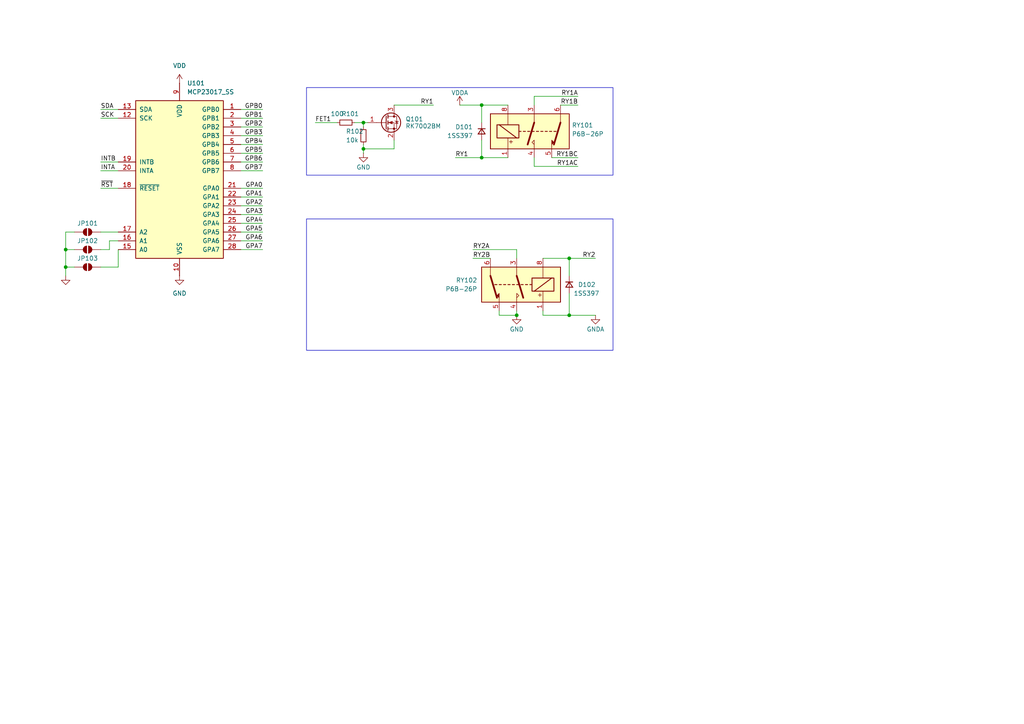
<source format=kicad_sch>
(kicad_sch
	(version 20231120)
	(generator "eeschema")
	(generator_version "8.0")
	(uuid "eba6b265-ffff-4b18-887d-2c77c86a20b3")
	(paper "A4")
	(lib_symbols
		(symbol "01_MyLib:1SS397"
			(pin_numbers hide)
			(pin_names
				(offset 0.254) hide)
			(exclude_from_sim no)
			(in_bom yes)
			(on_board yes)
			(property "Reference" "D"
				(at -1.27 2.032 0)
				(effects
					(font
						(size 1.27 1.27)
					)
					(justify left)
				)
			)
			(property "Value" "1SS397"
				(at -4.445 -2.54 0)
				(effects
					(font
						(size 1.27 1.27)
					)
					(justify left)
				)
			)
			(property "Footprint" "Package_TO_SOT_SMD:SOT-323_SC-70"
				(at 0 -6.985 0)
				(effects
					(font
						(size 1.27 1.27)
					)
				)
			)
			(property "Datasheet" "~"
				(at 0 0 90)
				(effects
					(font
						(size 1.27 1.27)
					)
					(hide yes)
				)
			)
			(property "Description" "Diode, small symbol"
				(at 0 0 0)
				(effects
					(font
						(size 1.27 1.27)
					)
					(hide yes)
				)
			)
			(property "ki_keywords" "diode"
				(at 0 0 0)
				(effects
					(font
						(size 1.27 1.27)
					)
					(hide yes)
				)
			)
			(property "ki_fp_filters" "TO-???* *_Diode_* *SingleDiode* D_*"
				(at 0 0 0)
				(effects
					(font
						(size 1.27 1.27)
					)
					(hide yes)
				)
			)
			(symbol "1SS397_0_0"
				(pin no_connect line
					(at 2.54 -4.445 180)
					(length 2.54) hide
					(name ""
						(effects
							(font
								(size 1.27 1.27)
							)
						)
					)
					(number "2"
						(effects
							(font
								(size 1.27 1.27)
							)
						)
					)
				)
			)
			(symbol "1SS397_0_1"
				(polyline
					(pts
						(xy -0.762 -1.016) (xy -0.762 1.016)
					)
					(stroke
						(width 0.254)
						(type default)
					)
					(fill
						(type none)
					)
				)
				(polyline
					(pts
						(xy -0.762 0) (xy 0.762 0)
					)
					(stroke
						(width 0)
						(type default)
					)
					(fill
						(type none)
					)
				)
				(polyline
					(pts
						(xy 0.762 -1.016) (xy -0.762 0) (xy 0.762 1.016) (xy 0.762 -1.016)
					)
					(stroke
						(width 0.254)
						(type default)
					)
					(fill
						(type none)
					)
				)
			)
			(symbol "1SS397_1_1"
				(pin passive line
					(at 2.54 0 180)
					(length 1.778)
					(name "A"
						(effects
							(font
								(size 1.27 1.27)
							)
						)
					)
					(number "1"
						(effects
							(font
								(size 1.27 1.27)
							)
						)
					)
				)
				(pin passive line
					(at -2.54 0 0)
					(length 1.778)
					(name "K"
						(effects
							(font
								(size 1.27 1.27)
							)
						)
					)
					(number "3"
						(effects
							(font
								(size 1.27 1.27)
							)
						)
					)
				)
			)
		)
		(symbol "01_MyLib:P6B-26P"
			(pin_names
				(offset 0.762) hide)
			(exclude_from_sim no)
			(in_bom yes)
			(on_board yes)
			(property "Reference" "J"
				(at 19.05 -6.35 0)
				(effects
					(font
						(size 1.27 1.27)
					)
					(justify left)
				)
			)
			(property "Value" "P6B-26P"
				(at 19.05 -8.89 0)
				(effects
					(font
						(size 1.27 1.27)
					)
					(justify left)
				)
			)
			(property "Footprint" "01_MyLib:P6B26P"
				(at 19.05 -11.43 0)
				(effects
					(font
						(size 1.27 1.27)
					)
					(justify left)
					(hide yes)
				)
			)
			(property "Datasheet" "https://datasheet.datasheetarchive.com/originals/distributors/Datasheets_SAMA/329201ab7ea086676428c1d2efd5dc0f.pdf"
				(at 0 -22.86 0)
				(effects
					(font
						(size 1.27 1.27)
					)
					(justify left)
					(hide yes)
				)
			)
			(property "Description" "Back Connecting Socket"
				(at 0 -25.4 0)
				(effects
					(font
						(size 1.27 1.27)
					)
					(justify left)
					(hide yes)
				)
			)
			(property "Height" "10.1"
				(at 0 -27.94 0)
				(effects
					(font
						(size 1.27 1.27)
					)
					(justify left)
					(hide yes)
				)
			)
			(property "Manufacturer_Name" "Omron Electronics"
				(at 0 -30.48 0)
				(effects
					(font
						(size 1.27 1.27)
					)
					(justify left)
					(hide yes)
				)
			)
			(property "Manufacturer_Part_Number" "P6B-26P"
				(at 0 -33.02 0)
				(effects
					(font
						(size 1.27 1.27)
					)
					(justify left)
					(hide yes)
				)
			)
			(property "Mouser Part Number" "653-P6B-26P"
				(at 0 -35.56 0)
				(effects
					(font
						(size 1.27 1.27)
					)
					(justify left)
					(hide yes)
				)
			)
			(property "Mouser Price/Stock" "https://www.mouser.co.uk/ProductDetail/Omron-Electronics/P6B-26P?qs=nNiD76Ca0%252BvNj65I8oQHHg%3D%3D"
				(at 0 -38.1 0)
				(effects
					(font
						(size 1.27 1.27)
					)
					(justify left)
					(hide yes)
				)
			)
			(property "Arrow Part Number" "P6B-26P"
				(at 0 -40.64 0)
				(effects
					(font
						(size 1.27 1.27)
					)
					(justify left)
					(hide yes)
				)
			)
			(property "Arrow Price/Stock" "https://www.arrow.com/en/products/p6b-26p/omron?region=nac"
				(at 0 -43.18 0)
				(effects
					(font
						(size 1.27 1.27)
					)
					(justify left)
					(hide yes)
				)
			)
			(property "Mouser Testing Part Number" ""
				(at 13.97 -22.86 0)
				(effects
					(font
						(size 1.27 1.27)
					)
					(justify left)
					(hide yes)
				)
			)
			(property "Mouser Testing Price/Stock" ""
				(at 16.51 -25.4 0)
				(effects
					(font
						(size 1.27 1.27)
					)
					(justify left)
					(hide yes)
				)
			)
			(symbol "P6B-26P_0_0"
				(text "+"
					(at 0.889 -4.699 0)
					(effects
						(font
							(size 1.27 1.27)
						)
					)
				)
			)
			(symbol "P6B-26P_0_1"
				(rectangle
					(start -5.08 -2.54)
					(end 17.78 -12.7)
					(stroke
						(width 0.254)
						(type default)
					)
					(fill
						(type background)
					)
				)
				(rectangle
					(start -3.175 -5.715)
					(end 3.175 -9.525)
					(stroke
						(width 0.254)
						(type default)
					)
					(fill
						(type none)
					)
				)
				(polyline
					(pts
						(xy -2.54 -9.525) (xy 2.54 -5.715)
					)
					(stroke
						(width 0.254)
						(type default)
					)
					(fill
						(type none)
					)
				)
				(polyline
					(pts
						(xy 0 -12.7) (xy 0 -9.525)
					)
					(stroke
						(width 0)
						(type default)
					)
					(fill
						(type none)
					)
				)
				(polyline
					(pts
						(xy 0 -2.54) (xy 0 -5.715)
					)
					(stroke
						(width 0)
						(type default)
					)
					(fill
						(type none)
					)
				)
				(polyline
					(pts
						(xy 3.175 -7.62) (xy 3.81 -7.62)
					)
					(stroke
						(width 0.254)
						(type default)
					)
					(fill
						(type none)
					)
				)
				(polyline
					(pts
						(xy 4.445 -7.62) (xy 5.08 -7.62)
					)
					(stroke
						(width 0.254)
						(type default)
					)
					(fill
						(type none)
					)
				)
				(polyline
					(pts
						(xy 5.715 -7.62) (xy 6.35 -7.62)
					)
					(stroke
						(width 0.254)
						(type default)
					)
					(fill
						(type none)
					)
				)
				(polyline
					(pts
						(xy 6.985 -7.62) (xy 7.62 -7.62)
					)
					(stroke
						(width 0.254)
						(type default)
					)
					(fill
						(type none)
					)
				)
				(polyline
					(pts
						(xy 7.62 -10.16) (xy 5.715 -3.81)
					)
					(stroke
						(width 0.508)
						(type default)
					)
					(fill
						(type none)
					)
				)
				(polyline
					(pts
						(xy 7.62 -10.16) (xy 7.62 -12.7)
					)
					(stroke
						(width 0)
						(type default)
					)
					(fill
						(type none)
					)
				)
				(polyline
					(pts
						(xy 8.255 -7.62) (xy 8.89 -7.62)
					)
					(stroke
						(width 0.254)
						(type default)
					)
					(fill
						(type none)
					)
				)
				(polyline
					(pts
						(xy 9.525 -7.62) (xy 10.16 -7.62)
					)
					(stroke
						(width 0.254)
						(type default)
					)
					(fill
						(type none)
					)
				)
				(polyline
					(pts
						(xy 10.795 -7.62) (xy 11.43 -7.62)
					)
					(stroke
						(width 0.254)
						(type default)
					)
					(fill
						(type none)
					)
				)
				(polyline
					(pts
						(xy 12.065 -7.62) (xy 12.7 -7.62)
					)
					(stroke
						(width 0.254)
						(type default)
					)
					(fill
						(type none)
					)
				)
				(polyline
					(pts
						(xy 13.335 -7.62) (xy 13.97 -7.62)
					)
					(stroke
						(width 0.254)
						(type default)
					)
					(fill
						(type none)
					)
				)
				(polyline
					(pts
						(xy 15.24 -10.16) (xy 13.335 -3.81)
					)
					(stroke
						(width 0.508)
						(type default)
					)
					(fill
						(type none)
					)
				)
				(polyline
					(pts
						(xy 15.24 -10.16) (xy 15.24 -12.7)
					)
					(stroke
						(width 0)
						(type default)
					)
					(fill
						(type none)
					)
				)
				(polyline
					(pts
						(xy 7.62 -2.54) (xy 7.62 -5.08) (xy 6.985 -4.445) (xy 7.62 -3.81)
					)
					(stroke
						(width 0)
						(type default)
					)
					(fill
						(type none)
					)
				)
				(polyline
					(pts
						(xy 12.7 -2.54) (xy 12.7 -5.08) (xy 13.335 -4.445) (xy 12.7 -3.81)
					)
					(stroke
						(width 0)
						(type default)
					)
					(fill
						(type outline)
					)
				)
			)
			(symbol "P6B-26P_1_1"
				(pin passive line
					(at 0 0 270)
					(length 2.54)
					(name "~"
						(effects
							(font
								(size 1.27 1.27)
							)
						)
					)
					(number "1"
						(effects
							(font
								(size 1.27 1.27)
							)
						)
					)
				)
				(pin passive line
					(at 7.62 -15.24 90)
					(length 2.54)
					(name "~"
						(effects
							(font
								(size 1.27 1.27)
							)
						)
					)
					(number "3"
						(effects
							(font
								(size 1.27 1.27)
							)
						)
					)
				)
				(pin passive line
					(at 7.62 0 270)
					(length 2.54)
					(name "~"
						(effects
							(font
								(size 1.27 1.27)
							)
						)
					)
					(number "4"
						(effects
							(font
								(size 1.27 1.27)
							)
						)
					)
				)
				(pin passive line
					(at 12.7 0 270)
					(length 2.54)
					(name "~"
						(effects
							(font
								(size 1.27 1.27)
							)
						)
					)
					(number "5"
						(effects
							(font
								(size 1.27 1.27)
							)
						)
					)
				)
				(pin passive line
					(at 15.24 -15.24 90)
					(length 2.54)
					(name "~"
						(effects
							(font
								(size 1.27 1.27)
							)
						)
					)
					(number "6"
						(effects
							(font
								(size 1.27 1.27)
							)
						)
					)
				)
				(pin passive line
					(at 0 -15.24 90)
					(length 2.54)
					(name "~"
						(effects
							(font
								(size 1.27 1.27)
							)
						)
					)
					(number "8"
						(effects
							(font
								(size 1.27 1.27)
							)
						)
					)
				)
			)
		)
		(symbol "Device:Q_NMOS_GSD"
			(pin_names
				(offset 0) hide)
			(exclude_from_sim no)
			(in_bom yes)
			(on_board yes)
			(property "Reference" "Q"
				(at 5.08 1.27 0)
				(effects
					(font
						(size 1.27 1.27)
					)
					(justify left)
				)
			)
			(property "Value" "Q_NMOS_GSD"
				(at 5.08 -1.27 0)
				(effects
					(font
						(size 1.27 1.27)
					)
					(justify left)
				)
			)
			(property "Footprint" ""
				(at 5.08 2.54 0)
				(effects
					(font
						(size 1.27 1.27)
					)
					(hide yes)
				)
			)
			(property "Datasheet" "~"
				(at 0 0 0)
				(effects
					(font
						(size 1.27 1.27)
					)
					(hide yes)
				)
			)
			(property "Description" "N-MOSFET transistor, gate/source/drain"
				(at 0 0 0)
				(effects
					(font
						(size 1.27 1.27)
					)
					(hide yes)
				)
			)
			(property "ki_keywords" "transistor NMOS N-MOS N-MOSFET"
				(at 0 0 0)
				(effects
					(font
						(size 1.27 1.27)
					)
					(hide yes)
				)
			)
			(symbol "Q_NMOS_GSD_0_1"
				(polyline
					(pts
						(xy 0.254 0) (xy -2.54 0)
					)
					(stroke
						(width 0)
						(type default)
					)
					(fill
						(type none)
					)
				)
				(polyline
					(pts
						(xy 0.254 1.905) (xy 0.254 -1.905)
					)
					(stroke
						(width 0.254)
						(type default)
					)
					(fill
						(type none)
					)
				)
				(polyline
					(pts
						(xy 0.762 -1.27) (xy 0.762 -2.286)
					)
					(stroke
						(width 0.254)
						(type default)
					)
					(fill
						(type none)
					)
				)
				(polyline
					(pts
						(xy 0.762 0.508) (xy 0.762 -0.508)
					)
					(stroke
						(width 0.254)
						(type default)
					)
					(fill
						(type none)
					)
				)
				(polyline
					(pts
						(xy 0.762 2.286) (xy 0.762 1.27)
					)
					(stroke
						(width 0.254)
						(type default)
					)
					(fill
						(type none)
					)
				)
				(polyline
					(pts
						(xy 2.54 2.54) (xy 2.54 1.778)
					)
					(stroke
						(width 0)
						(type default)
					)
					(fill
						(type none)
					)
				)
				(polyline
					(pts
						(xy 2.54 -2.54) (xy 2.54 0) (xy 0.762 0)
					)
					(stroke
						(width 0)
						(type default)
					)
					(fill
						(type none)
					)
				)
				(polyline
					(pts
						(xy 0.762 -1.778) (xy 3.302 -1.778) (xy 3.302 1.778) (xy 0.762 1.778)
					)
					(stroke
						(width 0)
						(type default)
					)
					(fill
						(type none)
					)
				)
				(polyline
					(pts
						(xy 1.016 0) (xy 2.032 0.381) (xy 2.032 -0.381) (xy 1.016 0)
					)
					(stroke
						(width 0)
						(type default)
					)
					(fill
						(type outline)
					)
				)
				(polyline
					(pts
						(xy 2.794 0.508) (xy 2.921 0.381) (xy 3.683 0.381) (xy 3.81 0.254)
					)
					(stroke
						(width 0)
						(type default)
					)
					(fill
						(type none)
					)
				)
				(polyline
					(pts
						(xy 3.302 0.381) (xy 2.921 -0.254) (xy 3.683 -0.254) (xy 3.302 0.381)
					)
					(stroke
						(width 0)
						(type default)
					)
					(fill
						(type none)
					)
				)
				(circle
					(center 1.651 0)
					(radius 2.794)
					(stroke
						(width 0.254)
						(type default)
					)
					(fill
						(type none)
					)
				)
				(circle
					(center 2.54 -1.778)
					(radius 0.254)
					(stroke
						(width 0)
						(type default)
					)
					(fill
						(type outline)
					)
				)
				(circle
					(center 2.54 1.778)
					(radius 0.254)
					(stroke
						(width 0)
						(type default)
					)
					(fill
						(type outline)
					)
				)
			)
			(symbol "Q_NMOS_GSD_1_1"
				(pin input line
					(at -5.08 0 0)
					(length 2.54)
					(name "G"
						(effects
							(font
								(size 1.27 1.27)
							)
						)
					)
					(number "1"
						(effects
							(font
								(size 1.27 1.27)
							)
						)
					)
				)
				(pin passive line
					(at 2.54 -5.08 90)
					(length 2.54)
					(name "S"
						(effects
							(font
								(size 1.27 1.27)
							)
						)
					)
					(number "2"
						(effects
							(font
								(size 1.27 1.27)
							)
						)
					)
				)
				(pin passive line
					(at 2.54 5.08 270)
					(length 2.54)
					(name "D"
						(effects
							(font
								(size 1.27 1.27)
							)
						)
					)
					(number "3"
						(effects
							(font
								(size 1.27 1.27)
							)
						)
					)
				)
			)
		)
		(symbol "Device:R_Small"
			(pin_numbers hide)
			(pin_names
				(offset 0.254) hide)
			(exclude_from_sim no)
			(in_bom yes)
			(on_board yes)
			(property "Reference" "R"
				(at 0.762 0.508 0)
				(effects
					(font
						(size 1.27 1.27)
					)
					(justify left)
				)
			)
			(property "Value" "R_Small"
				(at 0.762 -1.016 0)
				(effects
					(font
						(size 1.27 1.27)
					)
					(justify left)
				)
			)
			(property "Footprint" ""
				(at 0 0 0)
				(effects
					(font
						(size 1.27 1.27)
					)
					(hide yes)
				)
			)
			(property "Datasheet" "~"
				(at 0 0 0)
				(effects
					(font
						(size 1.27 1.27)
					)
					(hide yes)
				)
			)
			(property "Description" "Resistor, small symbol"
				(at 0 0 0)
				(effects
					(font
						(size 1.27 1.27)
					)
					(hide yes)
				)
			)
			(property "ki_keywords" "R resistor"
				(at 0 0 0)
				(effects
					(font
						(size 1.27 1.27)
					)
					(hide yes)
				)
			)
			(property "ki_fp_filters" "R_*"
				(at 0 0 0)
				(effects
					(font
						(size 1.27 1.27)
					)
					(hide yes)
				)
			)
			(symbol "R_Small_0_1"
				(rectangle
					(start -0.762 1.778)
					(end 0.762 -1.778)
					(stroke
						(width 0.2032)
						(type default)
					)
					(fill
						(type none)
					)
				)
			)
			(symbol "R_Small_1_1"
				(pin passive line
					(at 0 2.54 270)
					(length 0.762)
					(name "~"
						(effects
							(font
								(size 1.27 1.27)
							)
						)
					)
					(number "1"
						(effects
							(font
								(size 1.27 1.27)
							)
						)
					)
				)
				(pin passive line
					(at 0 -2.54 90)
					(length 0.762)
					(name "~"
						(effects
							(font
								(size 1.27 1.27)
							)
						)
					)
					(number "2"
						(effects
							(font
								(size 1.27 1.27)
							)
						)
					)
				)
			)
		)
		(symbol "Interface_Expansion:MCP23017_SS"
			(pin_names
				(offset 1.016)
			)
			(exclude_from_sim no)
			(in_bom yes)
			(on_board yes)
			(property "Reference" "U"
				(at -11.43 24.13 0)
				(effects
					(font
						(size 1.27 1.27)
					)
				)
			)
			(property "Value" "MCP23017_SS"
				(at 0 0 0)
				(effects
					(font
						(size 1.27 1.27)
					)
				)
			)
			(property "Footprint" "Package_SO:SSOP-28_5.3x10.2mm_P0.65mm"
				(at 5.08 -25.4 0)
				(effects
					(font
						(size 1.27 1.27)
					)
					(justify left)
					(hide yes)
				)
			)
			(property "Datasheet" "http://ww1.microchip.com/downloads/en/DeviceDoc/20001952C.pdf"
				(at 5.08 -27.94 0)
				(effects
					(font
						(size 1.27 1.27)
					)
					(justify left)
					(hide yes)
				)
			)
			(property "Description" "16-bit I/O expander, I2C, interrupts, w pull-ups, SSOP-28"
				(at 0 0 0)
				(effects
					(font
						(size 1.27 1.27)
					)
					(hide yes)
				)
			)
			(property "ki_keywords" "I2C parallel port expander"
				(at 0 0 0)
				(effects
					(font
						(size 1.27 1.27)
					)
					(hide yes)
				)
			)
			(property "ki_fp_filters" "SSOP*5.3x10.2mm*P0.65mm*"
				(at 0 0 0)
				(effects
					(font
						(size 1.27 1.27)
					)
					(hide yes)
				)
			)
			(symbol "MCP23017_SS_0_1"
				(rectangle
					(start -12.7 22.86)
					(end 12.7 -22.86)
					(stroke
						(width 0.254)
						(type default)
					)
					(fill
						(type background)
					)
				)
			)
			(symbol "MCP23017_SS_1_1"
				(pin bidirectional line
					(at 17.78 20.32 180)
					(length 5.08)
					(name "GPB0"
						(effects
							(font
								(size 1.27 1.27)
							)
						)
					)
					(number "1"
						(effects
							(font
								(size 1.27 1.27)
							)
						)
					)
				)
				(pin power_in line
					(at 0 -27.94 90)
					(length 5.08)
					(name "VSS"
						(effects
							(font
								(size 1.27 1.27)
							)
						)
					)
					(number "10"
						(effects
							(font
								(size 1.27 1.27)
							)
						)
					)
				)
				(pin no_connect line
					(at -12.7 15.24 0)
					(length 5.08) hide
					(name "NC"
						(effects
							(font
								(size 1.27 1.27)
							)
						)
					)
					(number "11"
						(effects
							(font
								(size 1.27 1.27)
							)
						)
					)
				)
				(pin input line
					(at -17.78 17.78 0)
					(length 5.08)
					(name "SCK"
						(effects
							(font
								(size 1.27 1.27)
							)
						)
					)
					(number "12"
						(effects
							(font
								(size 1.27 1.27)
							)
						)
					)
				)
				(pin bidirectional line
					(at -17.78 20.32 0)
					(length 5.08)
					(name "SDA"
						(effects
							(font
								(size 1.27 1.27)
							)
						)
					)
					(number "13"
						(effects
							(font
								(size 1.27 1.27)
							)
						)
					)
				)
				(pin no_connect line
					(at -12.7 12.7 0)
					(length 5.08) hide
					(name "NC"
						(effects
							(font
								(size 1.27 1.27)
							)
						)
					)
					(number "14"
						(effects
							(font
								(size 1.27 1.27)
							)
						)
					)
				)
				(pin input line
					(at -17.78 -20.32 0)
					(length 5.08)
					(name "A0"
						(effects
							(font
								(size 1.27 1.27)
							)
						)
					)
					(number "15"
						(effects
							(font
								(size 1.27 1.27)
							)
						)
					)
				)
				(pin input line
					(at -17.78 -17.78 0)
					(length 5.08)
					(name "A1"
						(effects
							(font
								(size 1.27 1.27)
							)
						)
					)
					(number "16"
						(effects
							(font
								(size 1.27 1.27)
							)
						)
					)
				)
				(pin input line
					(at -17.78 -15.24 0)
					(length 5.08)
					(name "A2"
						(effects
							(font
								(size 1.27 1.27)
							)
						)
					)
					(number "17"
						(effects
							(font
								(size 1.27 1.27)
							)
						)
					)
				)
				(pin input line
					(at -17.78 -2.54 0)
					(length 5.08)
					(name "~{RESET}"
						(effects
							(font
								(size 1.27 1.27)
							)
						)
					)
					(number "18"
						(effects
							(font
								(size 1.27 1.27)
							)
						)
					)
				)
				(pin tri_state line
					(at -17.78 5.08 0)
					(length 5.08)
					(name "INTB"
						(effects
							(font
								(size 1.27 1.27)
							)
						)
					)
					(number "19"
						(effects
							(font
								(size 1.27 1.27)
							)
						)
					)
				)
				(pin bidirectional line
					(at 17.78 17.78 180)
					(length 5.08)
					(name "GPB1"
						(effects
							(font
								(size 1.27 1.27)
							)
						)
					)
					(number "2"
						(effects
							(font
								(size 1.27 1.27)
							)
						)
					)
				)
				(pin tri_state line
					(at -17.78 2.54 0)
					(length 5.08)
					(name "INTA"
						(effects
							(font
								(size 1.27 1.27)
							)
						)
					)
					(number "20"
						(effects
							(font
								(size 1.27 1.27)
							)
						)
					)
				)
				(pin bidirectional line
					(at 17.78 -2.54 180)
					(length 5.08)
					(name "GPA0"
						(effects
							(font
								(size 1.27 1.27)
							)
						)
					)
					(number "21"
						(effects
							(font
								(size 1.27 1.27)
							)
						)
					)
				)
				(pin bidirectional line
					(at 17.78 -5.08 180)
					(length 5.08)
					(name "GPA1"
						(effects
							(font
								(size 1.27 1.27)
							)
						)
					)
					(number "22"
						(effects
							(font
								(size 1.27 1.27)
							)
						)
					)
				)
				(pin bidirectional line
					(at 17.78 -7.62 180)
					(length 5.08)
					(name "GPA2"
						(effects
							(font
								(size 1.27 1.27)
							)
						)
					)
					(number "23"
						(effects
							(font
								(size 1.27 1.27)
							)
						)
					)
				)
				(pin bidirectional line
					(at 17.78 -10.16 180)
					(length 5.08)
					(name "GPA3"
						(effects
							(font
								(size 1.27 1.27)
							)
						)
					)
					(number "24"
						(effects
							(font
								(size 1.27 1.27)
							)
						)
					)
				)
				(pin bidirectional line
					(at 17.78 -12.7 180)
					(length 5.08)
					(name "GPA4"
						(effects
							(font
								(size 1.27 1.27)
							)
						)
					)
					(number "25"
						(effects
							(font
								(size 1.27 1.27)
							)
						)
					)
				)
				(pin bidirectional line
					(at 17.78 -15.24 180)
					(length 5.08)
					(name "GPA5"
						(effects
							(font
								(size 1.27 1.27)
							)
						)
					)
					(number "26"
						(effects
							(font
								(size 1.27 1.27)
							)
						)
					)
				)
				(pin bidirectional line
					(at 17.78 -17.78 180)
					(length 5.08)
					(name "GPA6"
						(effects
							(font
								(size 1.27 1.27)
							)
						)
					)
					(number "27"
						(effects
							(font
								(size 1.27 1.27)
							)
						)
					)
				)
				(pin bidirectional line
					(at 17.78 -20.32 180)
					(length 5.08)
					(name "GPA7"
						(effects
							(font
								(size 1.27 1.27)
							)
						)
					)
					(number "28"
						(effects
							(font
								(size 1.27 1.27)
							)
						)
					)
				)
				(pin bidirectional line
					(at 17.78 15.24 180)
					(length 5.08)
					(name "GPB2"
						(effects
							(font
								(size 1.27 1.27)
							)
						)
					)
					(number "3"
						(effects
							(font
								(size 1.27 1.27)
							)
						)
					)
				)
				(pin bidirectional line
					(at 17.78 12.7 180)
					(length 5.08)
					(name "GPB3"
						(effects
							(font
								(size 1.27 1.27)
							)
						)
					)
					(number "4"
						(effects
							(font
								(size 1.27 1.27)
							)
						)
					)
				)
				(pin bidirectional line
					(at 17.78 10.16 180)
					(length 5.08)
					(name "GPB4"
						(effects
							(font
								(size 1.27 1.27)
							)
						)
					)
					(number "5"
						(effects
							(font
								(size 1.27 1.27)
							)
						)
					)
				)
				(pin bidirectional line
					(at 17.78 7.62 180)
					(length 5.08)
					(name "GPB5"
						(effects
							(font
								(size 1.27 1.27)
							)
						)
					)
					(number "6"
						(effects
							(font
								(size 1.27 1.27)
							)
						)
					)
				)
				(pin bidirectional line
					(at 17.78 5.08 180)
					(length 5.08)
					(name "GPB6"
						(effects
							(font
								(size 1.27 1.27)
							)
						)
					)
					(number "7"
						(effects
							(font
								(size 1.27 1.27)
							)
						)
					)
				)
				(pin bidirectional line
					(at 17.78 2.54 180)
					(length 5.08)
					(name "GPB7"
						(effects
							(font
								(size 1.27 1.27)
							)
						)
					)
					(number "8"
						(effects
							(font
								(size 1.27 1.27)
							)
						)
					)
				)
				(pin power_in line
					(at 0 27.94 270)
					(length 5.08)
					(name "VDD"
						(effects
							(font
								(size 1.27 1.27)
							)
						)
					)
					(number "9"
						(effects
							(font
								(size 1.27 1.27)
							)
						)
					)
				)
			)
		)
		(symbol "Jumper:SolderJumper_2_Open"
			(pin_numbers hide)
			(pin_names
				(offset 0) hide)
			(exclude_from_sim yes)
			(in_bom no)
			(on_board yes)
			(property "Reference" "JP"
				(at 0 2.032 0)
				(effects
					(font
						(size 1.27 1.27)
					)
				)
			)
			(property "Value" "SolderJumper_2_Open"
				(at 0 -2.54 0)
				(effects
					(font
						(size 1.27 1.27)
					)
				)
			)
			(property "Footprint" ""
				(at 0 0 0)
				(effects
					(font
						(size 1.27 1.27)
					)
					(hide yes)
				)
			)
			(property "Datasheet" "~"
				(at 0 0 0)
				(effects
					(font
						(size 1.27 1.27)
					)
					(hide yes)
				)
			)
			(property "Description" "Solder Jumper, 2-pole, open"
				(at 0 0 0)
				(effects
					(font
						(size 1.27 1.27)
					)
					(hide yes)
				)
			)
			(property "ki_keywords" "solder jumper SPST"
				(at 0 0 0)
				(effects
					(font
						(size 1.27 1.27)
					)
					(hide yes)
				)
			)
			(property "ki_fp_filters" "SolderJumper*Open*"
				(at 0 0 0)
				(effects
					(font
						(size 1.27 1.27)
					)
					(hide yes)
				)
			)
			(symbol "SolderJumper_2_Open_0_1"
				(arc
					(start -0.254 1.016)
					(mid -1.2656 0)
					(end -0.254 -1.016)
					(stroke
						(width 0)
						(type default)
					)
					(fill
						(type none)
					)
				)
				(arc
					(start -0.254 1.016)
					(mid -1.2656 0)
					(end -0.254 -1.016)
					(stroke
						(width 0)
						(type default)
					)
					(fill
						(type outline)
					)
				)
				(polyline
					(pts
						(xy -0.254 1.016) (xy -0.254 -1.016)
					)
					(stroke
						(width 0)
						(type default)
					)
					(fill
						(type none)
					)
				)
				(polyline
					(pts
						(xy 0.254 1.016) (xy 0.254 -1.016)
					)
					(stroke
						(width 0)
						(type default)
					)
					(fill
						(type none)
					)
				)
				(arc
					(start 0.254 -1.016)
					(mid 1.2656 0)
					(end 0.254 1.016)
					(stroke
						(width 0)
						(type default)
					)
					(fill
						(type none)
					)
				)
				(arc
					(start 0.254 -1.016)
					(mid 1.2656 0)
					(end 0.254 1.016)
					(stroke
						(width 0)
						(type default)
					)
					(fill
						(type outline)
					)
				)
			)
			(symbol "SolderJumper_2_Open_1_1"
				(pin passive line
					(at -3.81 0 0)
					(length 2.54)
					(name "A"
						(effects
							(font
								(size 1.27 1.27)
							)
						)
					)
					(number "1"
						(effects
							(font
								(size 1.27 1.27)
							)
						)
					)
				)
				(pin passive line
					(at 3.81 0 180)
					(length 2.54)
					(name "B"
						(effects
							(font
								(size 1.27 1.27)
							)
						)
					)
					(number "2"
						(effects
							(font
								(size 1.27 1.27)
							)
						)
					)
				)
			)
		)
		(symbol "power:GND"
			(power)
			(pin_numbers hide)
			(pin_names
				(offset 0) hide)
			(exclude_from_sim no)
			(in_bom yes)
			(on_board yes)
			(property "Reference" "#PWR"
				(at 0 -6.35 0)
				(effects
					(font
						(size 1.27 1.27)
					)
					(hide yes)
				)
			)
			(property "Value" "GND"
				(at 0 -3.81 0)
				(effects
					(font
						(size 1.27 1.27)
					)
				)
			)
			(property "Footprint" ""
				(at 0 0 0)
				(effects
					(font
						(size 1.27 1.27)
					)
					(hide yes)
				)
			)
			(property "Datasheet" ""
				(at 0 0 0)
				(effects
					(font
						(size 1.27 1.27)
					)
					(hide yes)
				)
			)
			(property "Description" "Power symbol creates a global label with name \"GND\" , ground"
				(at 0 0 0)
				(effects
					(font
						(size 1.27 1.27)
					)
					(hide yes)
				)
			)
			(property "ki_keywords" "global power"
				(at 0 0 0)
				(effects
					(font
						(size 1.27 1.27)
					)
					(hide yes)
				)
			)
			(symbol "GND_0_1"
				(polyline
					(pts
						(xy 0 0) (xy 0 -1.27) (xy 1.27 -1.27) (xy 0 -2.54) (xy -1.27 -1.27) (xy 0 -1.27)
					)
					(stroke
						(width 0)
						(type default)
					)
					(fill
						(type none)
					)
				)
			)
			(symbol "GND_1_1"
				(pin power_in line
					(at 0 0 270)
					(length 0)
					(name "~"
						(effects
							(font
								(size 1.27 1.27)
							)
						)
					)
					(number "1"
						(effects
							(font
								(size 1.27 1.27)
							)
						)
					)
				)
			)
		)
		(symbol "power:GNDA"
			(power)
			(pin_numbers hide)
			(pin_names
				(offset 0) hide)
			(exclude_from_sim no)
			(in_bom yes)
			(on_board yes)
			(property "Reference" "#PWR"
				(at 0 -6.35 0)
				(effects
					(font
						(size 1.27 1.27)
					)
					(hide yes)
				)
			)
			(property "Value" "GNDA"
				(at 0 -3.81 0)
				(effects
					(font
						(size 1.27 1.27)
					)
				)
			)
			(property "Footprint" ""
				(at 0 0 0)
				(effects
					(font
						(size 1.27 1.27)
					)
					(hide yes)
				)
			)
			(property "Datasheet" ""
				(at 0 0 0)
				(effects
					(font
						(size 1.27 1.27)
					)
					(hide yes)
				)
			)
			(property "Description" "Power symbol creates a global label with name \"GNDA\" , analog ground"
				(at 0 0 0)
				(effects
					(font
						(size 1.27 1.27)
					)
					(hide yes)
				)
			)
			(property "ki_keywords" "global power"
				(at 0 0 0)
				(effects
					(font
						(size 1.27 1.27)
					)
					(hide yes)
				)
			)
			(symbol "GNDA_0_1"
				(polyline
					(pts
						(xy 0 0) (xy 0 -1.27) (xy 1.27 -1.27) (xy 0 -2.54) (xy -1.27 -1.27) (xy 0 -1.27)
					)
					(stroke
						(width 0)
						(type default)
					)
					(fill
						(type none)
					)
				)
			)
			(symbol "GNDA_1_1"
				(pin power_in line
					(at 0 0 270)
					(length 0)
					(name "~"
						(effects
							(font
								(size 1.27 1.27)
							)
						)
					)
					(number "1"
						(effects
							(font
								(size 1.27 1.27)
							)
						)
					)
				)
			)
		)
		(symbol "power:VDD"
			(power)
			(pin_numbers hide)
			(pin_names
				(offset 0) hide)
			(exclude_from_sim no)
			(in_bom yes)
			(on_board yes)
			(property "Reference" "#PWR"
				(at 0 -3.81 0)
				(effects
					(font
						(size 1.27 1.27)
					)
					(hide yes)
				)
			)
			(property "Value" "VDD"
				(at 0 3.556 0)
				(effects
					(font
						(size 1.27 1.27)
					)
				)
			)
			(property "Footprint" ""
				(at 0 0 0)
				(effects
					(font
						(size 1.27 1.27)
					)
					(hide yes)
				)
			)
			(property "Datasheet" ""
				(at 0 0 0)
				(effects
					(font
						(size 1.27 1.27)
					)
					(hide yes)
				)
			)
			(property "Description" "Power symbol creates a global label with name \"VDD\""
				(at 0 0 0)
				(effects
					(font
						(size 1.27 1.27)
					)
					(hide yes)
				)
			)
			(property "ki_keywords" "global power"
				(at 0 0 0)
				(effects
					(font
						(size 1.27 1.27)
					)
					(hide yes)
				)
			)
			(symbol "VDD_0_1"
				(polyline
					(pts
						(xy -0.762 1.27) (xy 0 2.54)
					)
					(stroke
						(width 0)
						(type default)
					)
					(fill
						(type none)
					)
				)
				(polyline
					(pts
						(xy 0 0) (xy 0 2.54)
					)
					(stroke
						(width 0)
						(type default)
					)
					(fill
						(type none)
					)
				)
				(polyline
					(pts
						(xy 0 2.54) (xy 0.762 1.27)
					)
					(stroke
						(width 0)
						(type default)
					)
					(fill
						(type none)
					)
				)
			)
			(symbol "VDD_1_1"
				(pin power_in line
					(at 0 0 90)
					(length 0)
					(name "~"
						(effects
							(font
								(size 1.27 1.27)
							)
						)
					)
					(number "1"
						(effects
							(font
								(size 1.27 1.27)
							)
						)
					)
				)
			)
		)
		(symbol "power:VDDA"
			(power)
			(pin_numbers hide)
			(pin_names
				(offset 0) hide)
			(exclude_from_sim no)
			(in_bom yes)
			(on_board yes)
			(property "Reference" "#PWR"
				(at 0 -3.81 0)
				(effects
					(font
						(size 1.27 1.27)
					)
					(hide yes)
				)
			)
			(property "Value" "VDDA"
				(at 0 3.556 0)
				(effects
					(font
						(size 1.27 1.27)
					)
				)
			)
			(property "Footprint" ""
				(at 0 0 0)
				(effects
					(font
						(size 1.27 1.27)
					)
					(hide yes)
				)
			)
			(property "Datasheet" ""
				(at 0 0 0)
				(effects
					(font
						(size 1.27 1.27)
					)
					(hide yes)
				)
			)
			(property "Description" "Power symbol creates a global label with name \"VDDA\""
				(at 0 0 0)
				(effects
					(font
						(size 1.27 1.27)
					)
					(hide yes)
				)
			)
			(property "ki_keywords" "global power"
				(at 0 0 0)
				(effects
					(font
						(size 1.27 1.27)
					)
					(hide yes)
				)
			)
			(symbol "VDDA_0_1"
				(polyline
					(pts
						(xy -0.762 1.27) (xy 0 2.54)
					)
					(stroke
						(width 0)
						(type default)
					)
					(fill
						(type none)
					)
				)
				(polyline
					(pts
						(xy 0 0) (xy 0 2.54)
					)
					(stroke
						(width 0)
						(type default)
					)
					(fill
						(type none)
					)
				)
				(polyline
					(pts
						(xy 0 2.54) (xy 0.762 1.27)
					)
					(stroke
						(width 0)
						(type default)
					)
					(fill
						(type none)
					)
				)
			)
			(symbol "VDDA_1_1"
				(pin power_in line
					(at 0 0 90)
					(length 0)
					(name "~"
						(effects
							(font
								(size 1.27 1.27)
							)
						)
					)
					(number "1"
						(effects
							(font
								(size 1.27 1.27)
							)
						)
					)
				)
			)
		)
	)
	(junction
		(at 19.05 77.47)
		(diameter 0)
		(color 0 0 0 0)
		(uuid "0d20109c-77eb-4e45-81d8-e594ea566187")
	)
	(junction
		(at 149.86 91.44)
		(diameter 0)
		(color 0 0 0 0)
		(uuid "354764e1-c383-4850-8690-4645041120a0")
	)
	(junction
		(at 105.41 35.56)
		(diameter 0)
		(color 0 0 0 0)
		(uuid "98de6342-e593-4781-ab6d-fedf044294c8")
	)
	(junction
		(at 165.1 74.93)
		(diameter 0)
		(color 0 0 0 0)
		(uuid "9ea948b3-f5cd-4738-8077-afb89abf6f6c")
	)
	(junction
		(at 19.05 72.39)
		(diameter 0)
		(color 0 0 0 0)
		(uuid "9f308783-4245-4470-972a-8b8d10725d33")
	)
	(junction
		(at 139.7 30.48)
		(diameter 0)
		(color 0 0 0 0)
		(uuid "c907f679-0ec8-4384-9220-5a11d6ef2db4")
	)
	(junction
		(at 105.41 43.18)
		(diameter 0)
		(color 0 0 0 0)
		(uuid "c98ebdb2-7e99-4b1e-808f-594949345e83")
	)
	(junction
		(at 165.1 91.44)
		(diameter 0)
		(color 0 0 0 0)
		(uuid "e69ce614-37dd-4e32-96a5-671fd90efd8f")
	)
	(junction
		(at 139.7 45.72)
		(diameter 0)
		(color 0 0 0 0)
		(uuid "f3440d49-5e9b-4f94-8b4a-0e1775119bd4")
	)
	(wire
		(pts
			(xy 31.75 69.85) (xy 34.29 69.85)
		)
		(stroke
			(width 0)
			(type default)
		)
		(uuid "09b8782b-4017-43fc-a78a-bf57161bd376")
	)
	(wire
		(pts
			(xy 105.41 35.56) (xy 105.41 36.83)
		)
		(stroke
			(width 0)
			(type default)
		)
		(uuid "0a3ff4c2-a563-4170-aca6-8766fcbce074")
	)
	(wire
		(pts
			(xy 147.32 45.72) (xy 139.7 45.72)
		)
		(stroke
			(width 0)
			(type default)
		)
		(uuid "0c64ee8d-311b-4839-bc11-c2dc399bd13d")
	)
	(wire
		(pts
			(xy 105.41 44.45) (xy 105.41 43.18)
		)
		(stroke
			(width 0)
			(type default)
		)
		(uuid "0d8841b4-1569-467d-b46f-17e6fb327609")
	)
	(wire
		(pts
			(xy 105.41 35.56) (xy 106.68 35.56)
		)
		(stroke
			(width 0)
			(type default)
		)
		(uuid "1453403a-3b73-4a66-8af7-4636cb13b640")
	)
	(wire
		(pts
			(xy 19.05 77.47) (xy 21.59 77.47)
		)
		(stroke
			(width 0)
			(type default)
		)
		(uuid "3067daed-df54-4fc5-bc37-2c6f2681ade5")
	)
	(wire
		(pts
			(xy 76.2 36.83) (xy 69.85 36.83)
		)
		(stroke
			(width 0)
			(type default)
		)
		(uuid "330aaef4-0a3a-4b95-8f54-52b551e1e3e8")
	)
	(wire
		(pts
			(xy 154.94 27.94) (xy 167.64 27.94)
		)
		(stroke
			(width 0)
			(type default)
		)
		(uuid "367ce4f8-3204-4a0d-9542-dab132394e86")
	)
	(wire
		(pts
			(xy 139.7 30.48) (xy 147.32 30.48)
		)
		(stroke
			(width 0)
			(type default)
		)
		(uuid "37c4febf-a397-4e05-a006-ef29c9785bbb")
	)
	(wire
		(pts
			(xy 19.05 77.47) (xy 19.05 72.39)
		)
		(stroke
			(width 0)
			(type default)
		)
		(uuid "3a1e3aaa-818d-455f-98af-c84b7a2b035c")
	)
	(wire
		(pts
			(xy 160.02 45.72) (xy 167.64 45.72)
		)
		(stroke
			(width 0)
			(type default)
		)
		(uuid "3be72e4f-83a2-49eb-8e2d-7db08571243d")
	)
	(wire
		(pts
			(xy 102.87 35.56) (xy 105.41 35.56)
		)
		(stroke
			(width 0)
			(type default)
		)
		(uuid "44b4483e-7f3e-4756-b89f-bc5094b4feb2")
	)
	(wire
		(pts
			(xy 114.3 30.48) (xy 125.73 30.48)
		)
		(stroke
			(width 0)
			(type default)
		)
		(uuid "46053f58-94e5-408e-aabb-c7f9bf79b699")
	)
	(wire
		(pts
			(xy 165.1 85.09) (xy 165.1 91.44)
		)
		(stroke
			(width 0)
			(type default)
		)
		(uuid "47145be5-ec9b-46fe-b5b6-380376c112d0")
	)
	(wire
		(pts
			(xy 154.94 48.26) (xy 167.64 48.26)
		)
		(stroke
			(width 0)
			(type default)
		)
		(uuid "471ff150-a1b1-4073-afef-575742a0c7c7")
	)
	(wire
		(pts
			(xy 76.2 62.23) (xy 69.85 62.23)
		)
		(stroke
			(width 0)
			(type default)
		)
		(uuid "47cfb21b-95e0-415f-bc0d-ddf119ed204f")
	)
	(wire
		(pts
			(xy 114.3 43.18) (xy 114.3 40.64)
		)
		(stroke
			(width 0)
			(type default)
		)
		(uuid "4c9bc042-2d8a-459b-94aa-724e03b2cae5")
	)
	(wire
		(pts
			(xy 29.21 54.61) (xy 34.29 54.61)
		)
		(stroke
			(width 0)
			(type default)
		)
		(uuid "50a37794-447f-4659-b1da-be4776f41dce")
	)
	(wire
		(pts
			(xy 149.86 72.39) (xy 149.86 74.93)
		)
		(stroke
			(width 0)
			(type default)
		)
		(uuid "538d5af4-d872-4730-9b75-853817d7ac47")
	)
	(wire
		(pts
			(xy 76.2 49.53) (xy 69.85 49.53)
		)
		(stroke
			(width 0)
			(type default)
		)
		(uuid "5546e434-6194-47a3-8430-87746edc99ef")
	)
	(wire
		(pts
			(xy 133.35 30.48) (xy 139.7 30.48)
		)
		(stroke
			(width 0)
			(type default)
		)
		(uuid "57914897-5885-4055-bbc2-f8751283ea11")
	)
	(wire
		(pts
			(xy 76.2 31.75) (xy 69.85 31.75)
		)
		(stroke
			(width 0)
			(type default)
		)
		(uuid "58752d5d-37aa-4616-aea2-2d39ca33334f")
	)
	(wire
		(pts
			(xy 149.86 72.39) (xy 137.16 72.39)
		)
		(stroke
			(width 0)
			(type default)
		)
		(uuid "6311b10a-c7a1-42a2-a5b8-38bbb742f97b")
	)
	(wire
		(pts
			(xy 132.08 45.72) (xy 139.7 45.72)
		)
		(stroke
			(width 0)
			(type default)
		)
		(uuid "651664f0-2b81-428b-9b3b-2cf6a89c4692")
	)
	(wire
		(pts
			(xy 76.2 57.15) (xy 69.85 57.15)
		)
		(stroke
			(width 0)
			(type default)
		)
		(uuid "68673806-baa8-4b10-b490-96b46e4a9661")
	)
	(wire
		(pts
			(xy 29.21 34.29) (xy 34.29 34.29)
		)
		(stroke
			(width 0)
			(type default)
		)
		(uuid "6b80c3b9-bf7d-4e27-9ca3-e2cafaa90f05")
	)
	(wire
		(pts
			(xy 154.94 48.26) (xy 154.94 45.72)
		)
		(stroke
			(width 0)
			(type default)
		)
		(uuid "6e2db2d5-e49b-4175-9706-c26efe764540")
	)
	(wire
		(pts
			(xy 144.78 90.17) (xy 144.78 91.44)
		)
		(stroke
			(width 0)
			(type default)
		)
		(uuid "758c2207-8e98-4e71-a645-d65438f6c562")
	)
	(wire
		(pts
			(xy 76.2 69.85) (xy 69.85 69.85)
		)
		(stroke
			(width 0)
			(type default)
		)
		(uuid "7d635e1e-6b48-4bc0-9cce-2731b0c0814f")
	)
	(wire
		(pts
			(xy 162.56 30.48) (xy 167.64 30.48)
		)
		(stroke
			(width 0)
			(type default)
		)
		(uuid "82419127-9621-4176-9d97-5fc9eda26b7a")
	)
	(wire
		(pts
			(xy 19.05 72.39) (xy 21.59 72.39)
		)
		(stroke
			(width 0)
			(type default)
		)
		(uuid "8b9778f9-c742-4684-aeb4-fdae1a147e2e")
	)
	(wire
		(pts
			(xy 76.2 64.77) (xy 69.85 64.77)
		)
		(stroke
			(width 0)
			(type default)
		)
		(uuid "8c347597-eb16-4404-ad0f-e385d6626d18")
	)
	(wire
		(pts
			(xy 139.7 30.48) (xy 139.7 35.56)
		)
		(stroke
			(width 0)
			(type default)
		)
		(uuid "8d229a3d-5dac-408a-b108-2831b4282b24")
	)
	(wire
		(pts
			(xy 76.2 67.31) (xy 69.85 67.31)
		)
		(stroke
			(width 0)
			(type default)
		)
		(uuid "8e08c185-71b1-46ee-904b-9f042e5ab355")
	)
	(wire
		(pts
			(xy 142.24 74.93) (xy 137.16 74.93)
		)
		(stroke
			(width 0)
			(type default)
		)
		(uuid "969a61dd-affb-4cfc-9975-5d6b474fc10d")
	)
	(wire
		(pts
			(xy 19.05 72.39) (xy 19.05 67.31)
		)
		(stroke
			(width 0)
			(type default)
		)
		(uuid "9b2ac805-507b-4b40-a5b2-1f1f6bf24776")
	)
	(wire
		(pts
			(xy 165.1 91.44) (xy 157.48 91.44)
		)
		(stroke
			(width 0)
			(type default)
		)
		(uuid "9d4699cd-a093-44ce-9e99-0740a1204953")
	)
	(wire
		(pts
			(xy 172.72 91.44) (xy 165.1 91.44)
		)
		(stroke
			(width 0)
			(type default)
		)
		(uuid "9f36c7bd-007b-4fcf-ab08-01185613bc38")
	)
	(wire
		(pts
			(xy 144.78 91.44) (xy 149.86 91.44)
		)
		(stroke
			(width 0)
			(type default)
		)
		(uuid "a364c601-ff07-40c2-83ef-7cd03ee499e8")
	)
	(wire
		(pts
			(xy 29.21 72.39) (xy 31.75 72.39)
		)
		(stroke
			(width 0)
			(type default)
		)
		(uuid "a68f2830-1692-4248-85c7-dd65146eca65")
	)
	(wire
		(pts
			(xy 19.05 67.31) (xy 21.59 67.31)
		)
		(stroke
			(width 0)
			(type default)
		)
		(uuid "a6d08d3e-cc58-4b0d-9c53-f3588c31fcff")
	)
	(wire
		(pts
			(xy 139.7 40.64) (xy 139.7 45.72)
		)
		(stroke
			(width 0)
			(type default)
		)
		(uuid "a7aa233c-1ce4-4d05-8c81-f80656e1840a")
	)
	(wire
		(pts
			(xy 76.2 34.29) (xy 69.85 34.29)
		)
		(stroke
			(width 0)
			(type default)
		)
		(uuid "a90ff2ef-880c-487e-a042-23a78c121d2c")
	)
	(wire
		(pts
			(xy 165.1 74.93) (xy 157.48 74.93)
		)
		(stroke
			(width 0)
			(type default)
		)
		(uuid "ae8a257a-9b71-4114-9c9b-438f4ce8baf5")
	)
	(wire
		(pts
			(xy 165.1 74.93) (xy 165.1 80.01)
		)
		(stroke
			(width 0)
			(type default)
		)
		(uuid "aecf7c1d-7a19-4301-a6f2-d895c8eae001")
	)
	(wire
		(pts
			(xy 97.79 35.56) (xy 91.44 35.56)
		)
		(stroke
			(width 0)
			(type default)
		)
		(uuid "b1769993-e416-4601-9261-bb04e95fe5da")
	)
	(wire
		(pts
			(xy 34.29 77.47) (xy 29.21 77.47)
		)
		(stroke
			(width 0)
			(type default)
		)
		(uuid "b2115b5c-60e8-4f05-b56f-505307deaafd")
	)
	(wire
		(pts
			(xy 76.2 59.69) (xy 69.85 59.69)
		)
		(stroke
			(width 0)
			(type default)
		)
		(uuid "b52e5891-5991-47ee-93ab-b05d59f9df47")
	)
	(wire
		(pts
			(xy 76.2 54.61) (xy 69.85 54.61)
		)
		(stroke
			(width 0)
			(type default)
		)
		(uuid "b82a6bf8-0dbf-40ec-bfd7-d370b14d30c7")
	)
	(wire
		(pts
			(xy 76.2 44.45) (xy 69.85 44.45)
		)
		(stroke
			(width 0)
			(type default)
		)
		(uuid "bf792a1d-8214-4534-a3dc-88123f6e3958")
	)
	(wire
		(pts
			(xy 154.94 27.94) (xy 154.94 30.48)
		)
		(stroke
			(width 0)
			(type default)
		)
		(uuid "bfbd2fe1-81da-4b93-b501-6981db83150e")
	)
	(wire
		(pts
			(xy 76.2 72.39) (xy 69.85 72.39)
		)
		(stroke
			(width 0)
			(type default)
		)
		(uuid "c2cb4093-1ceb-456f-9d52-1831945252fe")
	)
	(wire
		(pts
			(xy 29.21 49.53) (xy 34.29 49.53)
		)
		(stroke
			(width 0)
			(type default)
		)
		(uuid "c3763f7c-e67f-4b03-828c-930f232cd60d")
	)
	(wire
		(pts
			(xy 105.41 43.18) (xy 114.3 43.18)
		)
		(stroke
			(width 0)
			(type default)
		)
		(uuid "cce32c69-e8b7-4e02-8d81-0bd874877e4b")
	)
	(wire
		(pts
			(xy 76.2 46.99) (xy 69.85 46.99)
		)
		(stroke
			(width 0)
			(type default)
		)
		(uuid "d1f9be7e-b81a-406c-90b3-9dfe0bef5fa6")
	)
	(wire
		(pts
			(xy 157.48 91.44) (xy 157.48 90.17)
		)
		(stroke
			(width 0)
			(type default)
		)
		(uuid "d453fbce-e610-4775-b2b2-63638cb20c5a")
	)
	(wire
		(pts
			(xy 34.29 72.39) (xy 34.29 77.47)
		)
		(stroke
			(width 0)
			(type default)
		)
		(uuid "d46f1ee9-a14d-4bd0-98f5-6386f3211ff0")
	)
	(wire
		(pts
			(xy 31.75 72.39) (xy 31.75 69.85)
		)
		(stroke
			(width 0)
			(type default)
		)
		(uuid "d4efb417-1ed0-4885-a0be-22286bdde82a")
	)
	(wire
		(pts
			(xy 149.86 91.44) (xy 149.86 90.17)
		)
		(stroke
			(width 0)
			(type default)
		)
		(uuid "dd4cf848-ab38-4684-9003-c3b6d2a4e187")
	)
	(wire
		(pts
			(xy 76.2 41.91) (xy 69.85 41.91)
		)
		(stroke
			(width 0)
			(type default)
		)
		(uuid "e4985b8f-04f9-44fc-a311-a1c06622ed4f")
	)
	(wire
		(pts
			(xy 19.05 80.01) (xy 19.05 77.47)
		)
		(stroke
			(width 0)
			(type default)
		)
		(uuid "e56c9c59-b5a0-491f-a848-004e4037de78")
	)
	(wire
		(pts
			(xy 76.2 39.37) (xy 69.85 39.37)
		)
		(stroke
			(width 0)
			(type default)
		)
		(uuid "ecdeef27-7aa1-454c-b95a-76ebbb4a75fd")
	)
	(wire
		(pts
			(xy 172.72 74.93) (xy 165.1 74.93)
		)
		(stroke
			(width 0)
			(type default)
		)
		(uuid "eff0e87b-dde1-46b2-9bfb-ab9a8cda957c")
	)
	(wire
		(pts
			(xy 29.21 46.99) (xy 34.29 46.99)
		)
		(stroke
			(width 0)
			(type default)
		)
		(uuid "f1fba701-ebfc-4a75-84e3-0f38b217975a")
	)
	(wire
		(pts
			(xy 29.21 31.75) (xy 34.29 31.75)
		)
		(stroke
			(width 0)
			(type default)
		)
		(uuid "f999e8d3-df10-4660-868e-988fdc3b07ef")
	)
	(wire
		(pts
			(xy 29.21 67.31) (xy 34.29 67.31)
		)
		(stroke
			(width 0)
			(type default)
		)
		(uuid "fc842db3-e770-4645-962d-77ea88ef55fc")
	)
	(wire
		(pts
			(xy 105.41 41.91) (xy 105.41 43.18)
		)
		(stroke
			(width 0)
			(type default)
		)
		(uuid "feda1705-1da0-41c5-861d-7710bdaf4e5c")
	)
	(rectangle
		(start 88.9 63.5)
		(end 177.8 101.6)
		(stroke
			(width 0)
			(type default)
		)
		(fill
			(type none)
		)
		(uuid 87e572d5-df64-4492-9993-ea729b417dbc)
	)
	(rectangle
		(start 88.9 25.4)
		(end 177.8 50.8)
		(stroke
			(width 0)
			(type default)
		)
		(fill
			(type none)
		)
		(uuid b6a96ea8-0db8-4fca-9f8b-4f27fb6aa121)
	)
	(label "GPB2"
		(at 76.2 36.83 180)
		(fields_autoplaced yes)
		(effects
			(font
				(size 1.27 1.27)
			)
			(justify right bottom)
		)
		(uuid "15f05417-b67c-4bae-ac89-e7166c401593")
	)
	(label "~{RST}"
		(at 29.21 54.61 0)
		(fields_autoplaced yes)
		(effects
			(font
				(size 1.27 1.27)
			)
			(justify left bottom)
		)
		(uuid "22c7dc96-07be-45b0-a116-2cb17240d8eb")
	)
	(label "GPB6"
		(at 76.2 46.99 180)
		(fields_autoplaced yes)
		(effects
			(font
				(size 1.27 1.27)
			)
			(justify right bottom)
		)
		(uuid "25d9c3a5-3eca-4579-948d-900c60f5b2b5")
	)
	(label "INTB"
		(at 29.21 46.99 0)
		(fields_autoplaced yes)
		(effects
			(font
				(size 1.27 1.27)
			)
			(justify left bottom)
		)
		(uuid "3061863d-579d-43a9-83fb-5058a9355e66")
	)
	(label "RY2A"
		(at 137.16 72.39 0)
		(fields_autoplaced yes)
		(effects
			(font
				(size 1.27 1.27)
			)
			(justify left bottom)
		)
		(uuid "32dbc9ad-fb1e-4315-bc33-178603916b04")
	)
	(label "FET1"
		(at 91.44 35.56 0)
		(fields_autoplaced yes)
		(effects
			(font
				(size 1.27 1.27)
			)
			(justify left bottom)
		)
		(uuid "343892af-0963-453c-ae91-bdcc276d53f2")
	)
	(label "GPB0"
		(at 76.2 31.75 180)
		(fields_autoplaced yes)
		(effects
			(font
				(size 1.27 1.27)
			)
			(justify right bottom)
		)
		(uuid "3c6d359b-cd18-4cfb-90fd-6aab22c4487c")
	)
	(label "RY2B"
		(at 137.16 74.93 0)
		(fields_autoplaced yes)
		(effects
			(font
				(size 1.27 1.27)
			)
			(justify left bottom)
		)
		(uuid "50dd09e0-3def-4524-bd98-6889ffc17a69")
	)
	(label "RY2"
		(at 172.72 74.93 180)
		(fields_autoplaced yes)
		(effects
			(font
				(size 1.27 1.27)
			)
			(justify right bottom)
		)
		(uuid "51827c82-3eed-49e0-858d-5ad6531c2059")
	)
	(label "RY1"
		(at 132.08 45.72 0)
		(fields_autoplaced yes)
		(effects
			(font
				(size 1.27 1.27)
			)
			(justify left bottom)
		)
		(uuid "54b2628a-82c6-4654-a6c1-6581e51ded7d")
	)
	(label "GPA2"
		(at 76.2 59.69 180)
		(fields_autoplaced yes)
		(effects
			(font
				(size 1.27 1.27)
			)
			(justify right bottom)
		)
		(uuid "5c6ea290-c363-4baa-ac85-22219e28544c")
	)
	(label "GPB5"
		(at 76.2 44.45 180)
		(fields_autoplaced yes)
		(effects
			(font
				(size 1.27 1.27)
			)
			(justify right bottom)
		)
		(uuid "62b2ab4f-5de5-4a4a-8b37-e16e0a9d72ed")
	)
	(label "RY1A"
		(at 167.64 27.94 180)
		(fields_autoplaced yes)
		(effects
			(font
				(size 1.27 1.27)
			)
			(justify right bottom)
		)
		(uuid "6d64e06e-a39e-4a90-bc92-2590e402c6fa")
	)
	(label "GPB3"
		(at 76.2 39.37 180)
		(fields_autoplaced yes)
		(effects
			(font
				(size 1.27 1.27)
			)
			(justify right bottom)
		)
		(uuid "6f7bee36-351a-4c66-a695-fe4594bcf981")
	)
	(label "GPB4"
		(at 76.2 41.91 180)
		(fields_autoplaced yes)
		(effects
			(font
				(size 1.27 1.27)
			)
			(justify right bottom)
		)
		(uuid "7288f8f9-0af6-4369-abf5-e78781b44589")
	)
	(label "GPB1"
		(at 76.2 34.29 180)
		(fields_autoplaced yes)
		(effects
			(font
				(size 1.27 1.27)
			)
			(justify right bottom)
		)
		(uuid "8d093dd4-dc3f-4c5e-a453-349a491c3786")
	)
	(label "GPA4"
		(at 76.2 64.77 180)
		(fields_autoplaced yes)
		(effects
			(font
				(size 1.27 1.27)
			)
			(justify right bottom)
		)
		(uuid "9d748270-13ca-4810-a336-38b1924ef57e")
	)
	(label "RY1AC"
		(at 167.64 48.26 180)
		(fields_autoplaced yes)
		(effects
			(font
				(size 1.27 1.27)
			)
			(justify right bottom)
		)
		(uuid "b6df6147-a682-4a8d-bb29-0422f3f57d33")
	)
	(label "SCK"
		(at 29.21 34.29 0)
		(fields_autoplaced yes)
		(effects
			(font
				(size 1.27 1.27)
			)
			(justify left bottom)
		)
		(uuid "bb289a22-ad71-475a-b931-a7ccd753535b")
	)
	(label "GPA6"
		(at 76.2 69.85 180)
		(fields_autoplaced yes)
		(effects
			(font
				(size 1.27 1.27)
			)
			(justify right bottom)
		)
		(uuid "bc5e563c-afec-4f7d-9454-c6cf337456ab")
	)
	(label "SDA"
		(at 29.21 31.75 0)
		(fields_autoplaced yes)
		(effects
			(font
				(size 1.27 1.27)
			)
			(justify left bottom)
		)
		(uuid "bcd5042b-6c86-4540-a1e3-5923a44ab7ed")
	)
	(label "GPB7"
		(at 76.2 49.53 180)
		(fields_autoplaced yes)
		(effects
			(font
				(size 1.27 1.27)
			)
			(justify right bottom)
		)
		(uuid "c577957b-fa49-43c3-a3a6-467c847d617b")
	)
	(label "RY1"
		(at 125.73 30.48 180)
		(fields_autoplaced yes)
		(effects
			(font
				(size 1.27 1.27)
			)
			(justify right bottom)
		)
		(uuid "c8570cef-7d8b-4b93-992c-c7136c838759")
	)
	(label "RY1BC"
		(at 167.64 45.72 180)
		(fields_autoplaced yes)
		(effects
			(font
				(size 1.27 1.27)
			)
			(justify right bottom)
		)
		(uuid "d218a3af-7904-4282-bb6e-a075f6f5ea72")
	)
	(label "GPA1"
		(at 76.2 57.15 180)
		(fields_autoplaced yes)
		(effects
			(font
				(size 1.27 1.27)
			)
			(justify right bottom)
		)
		(uuid "d725694b-a854-46b6-b4ed-8c72e0000040")
	)
	(label "GPA7"
		(at 76.2 72.39 180)
		(fields_autoplaced yes)
		(effects
			(font
				(size 1.27 1.27)
			)
			(justify right bottom)
		)
		(uuid "dc7149ea-b55e-487e-baf7-4597ce004fb7")
	)
	(label "GPA3"
		(at 76.2 62.23 180)
		(fields_autoplaced yes)
		(effects
			(font
				(size 1.27 1.27)
			)
			(justify right bottom)
		)
		(uuid "dd456627-6d25-4bba-8e8a-577177f4dfaa")
	)
	(label "RY1B"
		(at 167.64 30.48 180)
		(fields_autoplaced yes)
		(effects
			(font
				(size 1.27 1.27)
			)
			(justify right bottom)
		)
		(uuid "e1183116-283e-4ffb-b3f3-0cba24609e43")
	)
	(label "GPA0"
		(at 76.2 54.61 180)
		(fields_autoplaced yes)
		(effects
			(font
				(size 1.27 1.27)
			)
			(justify right bottom)
		)
		(uuid "ec0535da-d08b-4303-9766-549acb618130")
	)
	(label "INTA"
		(at 29.21 49.53 0)
		(fields_autoplaced yes)
		(effects
			(font
				(size 1.27 1.27)
			)
			(justify left bottom)
		)
		(uuid "ee9df88e-5ffb-403c-a478-42b50711f944")
	)
	(label "GPA5"
		(at 76.2 67.31 180)
		(fields_autoplaced yes)
		(effects
			(font
				(size 1.27 1.27)
			)
			(justify right bottom)
		)
		(uuid "f9ec3b49-20f2-4d8d-86bf-47dcd57d4c1d")
	)
	(symbol
		(lib_id "Jumper:SolderJumper_2_Open")
		(at 25.4 77.47 0)
		(unit 1)
		(exclude_from_sim yes)
		(in_bom no)
		(on_board yes)
		(dnp no)
		(uuid "09781b9d-9a93-41fa-8c6f-dbe4bb3be3e3")
		(property "Reference" "JP103"
			(at 25.4 74.93 0)
			(effects
				(font
					(size 1.27 1.27)
				)
			)
		)
		(property "Value" "SolderJumper_2_Open"
			(at 25.4 73.66 0)
			(effects
				(font
					(size 1.27 1.27)
				)
				(hide yes)
			)
		)
		(property "Footprint" "Jumper:SolderJumper-2_P1.3mm_Open_RoundedPad1.0x1.5mm"
			(at 25.4 77.47 0)
			(effects
				(font
					(size 1.27 1.27)
				)
				(hide yes)
			)
		)
		(property "Datasheet" "~"
			(at 25.4 77.47 0)
			(effects
				(font
					(size 1.27 1.27)
				)
				(hide yes)
			)
		)
		(property "Description" "Solder Jumper, 2-pole, open"
			(at 25.4 77.47 0)
			(effects
				(font
					(size 1.27 1.27)
				)
				(hide yes)
			)
		)
		(pin "1"
			(uuid "d9b723f8-afb2-40a4-8759-055bc97f8c58")
		)
		(pin "2"
			(uuid "a2566287-c894-4161-93a3-c0e9c59a4735")
		)
		(instances
			(project "IO"
				(path "/eba6b265-ffff-4b18-887d-2c77c86a20b3"
					(reference "JP103")
					(unit 1)
				)
			)
		)
	)
	(symbol
		(lib_id "Interface_Expansion:MCP23017_SS")
		(at 52.07 52.07 0)
		(unit 1)
		(exclude_from_sim no)
		(in_bom yes)
		(on_board yes)
		(dnp no)
		(fields_autoplaced yes)
		(uuid "0c0e0ff1-58cc-4ab1-afff-c63e7c21519f")
		(property "Reference" "U101"
			(at 54.2641 24.13 0)
			(effects
				(font
					(size 1.27 1.27)
				)
				(justify left)
			)
		)
		(property "Value" "MCP23017_SS"
			(at 54.2641 26.67 0)
			(effects
				(font
					(size 1.27 1.27)
				)
				(justify left)
			)
		)
		(property "Footprint" "Package_SO:SSOP-28_5.3x10.2mm_P0.65mm"
			(at 57.15 77.47 0)
			(effects
				(font
					(size 1.27 1.27)
				)
				(justify left)
				(hide yes)
			)
		)
		(property "Datasheet" "http://ww1.microchip.com/downloads/en/DeviceDoc/20001952C.pdf"
			(at 57.15 80.01 0)
			(effects
				(font
					(size 1.27 1.27)
				)
				(justify left)
				(hide yes)
			)
		)
		(property "Description" "16-bit I/O expander, I2C, interrupts, w pull-ups, SSOP-28"
			(at 52.07 52.07 0)
			(effects
				(font
					(size 1.27 1.27)
				)
				(hide yes)
			)
		)
		(pin "14"
			(uuid "81ecab61-7b19-4198-abca-dd29134c6370")
		)
		(pin "23"
			(uuid "44cc2445-ac5d-44a7-a958-85555ae8546e")
		)
		(pin "21"
			(uuid "b46b7671-0e36-4117-8c37-14c35d8d54b8")
		)
		(pin "26"
			(uuid "fe232316-4f7c-40b3-8b23-72feb8319e78")
		)
		(pin "15"
			(uuid "326acecd-a2ed-463f-8223-d8080b124f68")
		)
		(pin "27"
			(uuid "68c82821-0682-4b91-8afc-4dd170efddb9")
		)
		(pin "10"
			(uuid "ff1f4ced-2a75-4dcb-8f64-ef3ab6ce2b78")
		)
		(pin "13"
			(uuid "f7a1cd65-351d-4b32-8b99-0ec9a88308d2")
		)
		(pin "3"
			(uuid "4f0605eb-8737-4e6e-b6a7-6dd2641c48e4")
		)
		(pin "19"
			(uuid "8dd0db78-8a5b-4c89-9301-7f1c42791b3e")
		)
		(pin "4"
			(uuid "d121e83f-9c27-4761-b187-d7a331694abe")
		)
		(pin "5"
			(uuid "e3b0b93c-69d2-4b43-ba86-8cbc4ed425c7")
		)
		(pin "6"
			(uuid "9ede1eab-857b-402c-ac58-05c1a38ad15d")
		)
		(pin "7"
			(uuid "c8ea0f99-b39b-4fce-835d-179c7164b6bc")
		)
		(pin "8"
			(uuid "5d385276-1a65-4998-89c8-529d99150407")
		)
		(pin "12"
			(uuid "0bafe98a-a0d2-47d1-9168-d47d6e1a3c33")
		)
		(pin "24"
			(uuid "2da1f123-fb3f-416a-ae3a-6b1ca615adc5")
		)
		(pin "25"
			(uuid "faaa0e3b-4817-4e01-bae0-6c998bbadf96")
		)
		(pin "18"
			(uuid "82b9e0b9-bc7e-453e-96c9-25e986727dca")
		)
		(pin "2"
			(uuid "5f15c7fc-5e7e-4292-8443-c7cba81648a7")
		)
		(pin "28"
			(uuid "672a06d2-22ea-4d12-b933-ae994734c332")
		)
		(pin "9"
			(uuid "4aa9a7ef-0269-4f90-8729-6c068e70bf7b")
		)
		(pin "11"
			(uuid "dd726ee0-5289-4e97-aee0-be0895d27e1f")
		)
		(pin "1"
			(uuid "743eef4d-ee7f-414c-ab43-c07d0b91c5ec")
		)
		(pin "16"
			(uuid "37fa14b4-b012-41b0-a0de-e34b44af4f27")
		)
		(pin "20"
			(uuid "eb4bb209-38f5-432c-be1c-59a8ef453a12")
		)
		(pin "17"
			(uuid "de01fe6c-e3a5-44cc-bb66-53c8b8a19aa9")
		)
		(pin "22"
			(uuid "6f082e8a-5d83-4c76-9100-b89fcb0fc0e8")
		)
		(instances
			(project ""
				(path "/eba6b265-ffff-4b18-887d-2c77c86a20b3"
					(reference "U101")
					(unit 1)
				)
			)
		)
	)
	(symbol
		(lib_id "power:GND")
		(at 19.05 80.01 0)
		(unit 1)
		(exclude_from_sim no)
		(in_bom yes)
		(on_board yes)
		(dnp no)
		(fields_autoplaced yes)
		(uuid "34654ca3-69da-49a6-bd12-0599b13e0a79")
		(property "Reference" "#PWR0101"
			(at 19.05 86.36 0)
			(effects
				(font
					(size 1.27 1.27)
				)
				(hide yes)
			)
		)
		(property "Value" "GND"
			(at 19.05 85.09 0)
			(effects
				(font
					(size 1.27 1.27)
				)
				(hide yes)
			)
		)
		(property "Footprint" ""
			(at 19.05 80.01 0)
			(effects
				(font
					(size 1.27 1.27)
				)
				(hide yes)
			)
		)
		(property "Datasheet" ""
			(at 19.05 80.01 0)
			(effects
				(font
					(size 1.27 1.27)
				)
				(hide yes)
			)
		)
		(property "Description" "Power symbol creates a global label with name \"GND\" , ground"
			(at 19.05 80.01 0)
			(effects
				(font
					(size 1.27 1.27)
				)
				(hide yes)
			)
		)
		(pin "1"
			(uuid "c2e50c92-f516-44d4-ac54-51d1d202f46f")
		)
		(instances
			(project "IO"
				(path "/eba6b265-ffff-4b18-887d-2c77c86a20b3"
					(reference "#PWR0101")
					(unit 1)
				)
			)
		)
	)
	(symbol
		(lib_id "01_MyLib:1SS397")
		(at 139.7 38.1 270)
		(unit 1)
		(exclude_from_sim no)
		(in_bom yes)
		(on_board yes)
		(dnp no)
		(uuid "64ab2c08-9a73-4536-bc71-302ec2e93591")
		(property "Reference" "D101"
			(at 137.16 36.83 90)
			(effects
				(font
					(size 1.27 1.27)
				)
				(justify right)
			)
		)
		(property "Value" "1SS397"
			(at 137.16 39.37 90)
			(effects
				(font
					(size 1.27 1.27)
				)
				(justify right)
			)
		)
		(property "Footprint" "Package_TO_SOT_SMD:SOT-323_SC-70"
			(at 143.51 38.1 0)
			(effects
				(font
					(size 1.27 1.27)
				)
				(hide yes)
			)
		)
		(property "Datasheet" "~"
			(at 139.7 38.1 90)
			(effects
				(font
					(size 1.27 1.27)
				)
				(hide yes)
			)
		)
		(property "Description" "Diode"
			(at 139.7 38.1 0)
			(effects
				(font
					(size 1.27 1.27)
				)
				(hide yes)
			)
		)
		(property "Manufacturer_Part_Number" "1SS397"
			(at 139.7 38.1 0)
			(effects
				(font
					(size 1.27 1.27)
				)
				(hide yes)
			)
		)
		(property "Manufacturer_Name" "Toshiba"
			(at 139.7 38.1 0)
			(effects
				(font
					(size 1.27 1.27)
				)
				(hide yes)
			)
		)
		(pin "2"
			(uuid "703adf3e-0503-4bda-9682-732f0601536c")
		)
		(pin "1"
			(uuid "2b8a4ace-19e7-4bb5-9843-5c13cb49f91a")
		)
		(pin "3"
			(uuid "5e8eeb1a-860b-4664-b0a6-f5b564575503")
		)
		(instances
			(project "IO"
				(path "/eba6b265-ffff-4b18-887d-2c77c86a20b3"
					(reference "D101")
					(unit 1)
				)
			)
		)
	)
	(symbol
		(lib_id "power:GND")
		(at 105.41 44.45 0)
		(mirror y)
		(unit 1)
		(exclude_from_sim no)
		(in_bom yes)
		(on_board yes)
		(dnp no)
		(uuid "658c017d-2703-48d6-87e5-79890b405e07")
		(property "Reference" "#PWR0104"
			(at 105.41 50.8 0)
			(effects
				(font
					(size 1.27 1.27)
				)
				(hide yes)
			)
		)
		(property "Value" "GND"
			(at 105.41 48.514 0)
			(effects
				(font
					(size 1.27 1.27)
				)
			)
		)
		(property "Footprint" ""
			(at 105.41 44.45 0)
			(effects
				(font
					(size 1.27 1.27)
				)
				(hide yes)
			)
		)
		(property "Datasheet" ""
			(at 105.41 44.45 0)
			(effects
				(font
					(size 1.27 1.27)
				)
				(hide yes)
			)
		)
		(property "Description" "Power symbol creates a global label with name \"GND\" , ground"
			(at 105.41 44.45 0)
			(effects
				(font
					(size 1.27 1.27)
				)
				(hide yes)
			)
		)
		(pin "1"
			(uuid "098a999e-b44b-4e32-9f41-65629d2e40c3")
		)
		(instances
			(project "IO"
				(path "/eba6b265-ffff-4b18-887d-2c77c86a20b3"
					(reference "#PWR0104")
					(unit 1)
				)
			)
		)
	)
	(symbol
		(lib_id "Jumper:SolderJumper_2_Open")
		(at 25.4 72.39 0)
		(unit 1)
		(exclude_from_sim yes)
		(in_bom no)
		(on_board yes)
		(dnp no)
		(uuid "69ffcf71-d62c-4465-a954-6a155debbbba")
		(property "Reference" "JP102"
			(at 25.4 69.85 0)
			(effects
				(font
					(size 1.27 1.27)
				)
			)
		)
		(property "Value" "SolderJumper_2_Open"
			(at 25.4 68.58 0)
			(effects
				(font
					(size 1.27 1.27)
				)
				(hide yes)
			)
		)
		(property "Footprint" "Jumper:SolderJumper-2_P1.3mm_Open_RoundedPad1.0x1.5mm"
			(at 25.4 72.39 0)
			(effects
				(font
					(size 1.27 1.27)
				)
				(hide yes)
			)
		)
		(property "Datasheet" "~"
			(at 25.4 72.39 0)
			(effects
				(font
					(size 1.27 1.27)
				)
				(hide yes)
			)
		)
		(property "Description" "Solder Jumper, 2-pole, open"
			(at 25.4 72.39 0)
			(effects
				(font
					(size 1.27 1.27)
				)
				(hide yes)
			)
		)
		(pin "1"
			(uuid "30fb84f8-2e3a-46ef-843b-0e8fcf42455a")
		)
		(pin "2"
			(uuid "9228f9e8-88c7-46b2-9989-57c9ad6ea3ba")
		)
		(instances
			(project "IO"
				(path "/eba6b265-ffff-4b18-887d-2c77c86a20b3"
					(reference "JP102")
					(unit 1)
				)
			)
		)
	)
	(symbol
		(lib_id "Jumper:SolderJumper_2_Open")
		(at 25.4 67.31 0)
		(unit 1)
		(exclude_from_sim yes)
		(in_bom no)
		(on_board yes)
		(dnp no)
		(uuid "6a10a28e-c112-47b5-8189-624fe6773821")
		(property "Reference" "JP101"
			(at 25.4 64.77 0)
			(effects
				(font
					(size 1.27 1.27)
				)
			)
		)
		(property "Value" "SolderJumper_2_Open"
			(at 25.4 63.5 0)
			(effects
				(font
					(size 1.27 1.27)
				)
				(hide yes)
			)
		)
		(property "Footprint" "Jumper:SolderJumper-2_P1.3mm_Open_RoundedPad1.0x1.5mm"
			(at 25.4 67.31 0)
			(effects
				(font
					(size 1.27 1.27)
				)
				(hide yes)
			)
		)
		(property "Datasheet" "~"
			(at 25.4 67.31 0)
			(effects
				(font
					(size 1.27 1.27)
				)
				(hide yes)
			)
		)
		(property "Description" "Solder Jumper, 2-pole, open"
			(at 25.4 67.31 0)
			(effects
				(font
					(size 1.27 1.27)
				)
				(hide yes)
			)
		)
		(pin "1"
			(uuid "160d0aef-2d12-43ba-8afd-f5c30d35f612")
		)
		(pin "2"
			(uuid "fda38745-f99a-4ca5-9c06-bc1c5442f3ce")
		)
		(instances
			(project ""
				(path "/eba6b265-ffff-4b18-887d-2c77c86a20b3"
					(reference "JP101")
					(unit 1)
				)
			)
		)
	)
	(symbol
		(lib_id "power:GND")
		(at 52.07 80.01 0)
		(unit 1)
		(exclude_from_sim no)
		(in_bom yes)
		(on_board yes)
		(dnp no)
		(fields_autoplaced yes)
		(uuid "7890840e-0c4c-47a1-b4b5-5e8d5d3fceff")
		(property "Reference" "#PWR0103"
			(at 52.07 86.36 0)
			(effects
				(font
					(size 1.27 1.27)
				)
				(hide yes)
			)
		)
		(property "Value" "GND"
			(at 52.07 85.09 0)
			(effects
				(font
					(size 1.27 1.27)
				)
			)
		)
		(property "Footprint" ""
			(at 52.07 80.01 0)
			(effects
				(font
					(size 1.27 1.27)
				)
				(hide yes)
			)
		)
		(property "Datasheet" ""
			(at 52.07 80.01 0)
			(effects
				(font
					(size 1.27 1.27)
				)
				(hide yes)
			)
		)
		(property "Description" "Power symbol creates a global label with name \"GND\" , ground"
			(at 52.07 80.01 0)
			(effects
				(font
					(size 1.27 1.27)
				)
				(hide yes)
			)
		)
		(pin "1"
			(uuid "78e5e63e-0863-4258-b859-e733cd07b14b")
		)
		(instances
			(project ""
				(path "/eba6b265-ffff-4b18-887d-2c77c86a20b3"
					(reference "#PWR0103")
					(unit 1)
				)
			)
		)
	)
	(symbol
		(lib_id "power:GNDA")
		(at 172.72 91.44 0)
		(mirror y)
		(unit 1)
		(exclude_from_sim no)
		(in_bom yes)
		(on_board yes)
		(dnp no)
		(uuid "7f73335d-ca2f-4242-b037-5e702d40ca0e")
		(property "Reference" "#PWR0107"
			(at 172.72 97.79 0)
			(effects
				(font
					(size 1.27 1.27)
				)
				(hide yes)
			)
		)
		(property "Value" "GNDA"
			(at 172.72 95.504 0)
			(effects
				(font
					(size 1.27 1.27)
				)
			)
		)
		(property "Footprint" ""
			(at 172.72 91.44 0)
			(effects
				(font
					(size 1.27 1.27)
				)
				(hide yes)
			)
		)
		(property "Datasheet" ""
			(at 172.72 91.44 0)
			(effects
				(font
					(size 1.27 1.27)
				)
				(hide yes)
			)
		)
		(property "Description" "Power symbol creates a global label with name \"GNDA\" , analog ground"
			(at 172.72 91.44 0)
			(effects
				(font
					(size 1.27 1.27)
				)
				(hide yes)
			)
		)
		(pin "1"
			(uuid "8acf4e00-a291-4617-a4c9-4096955c5d8e")
		)
		(instances
			(project "IO"
				(path "/eba6b265-ffff-4b18-887d-2c77c86a20b3"
					(reference "#PWR0107")
					(unit 1)
				)
			)
		)
	)
	(symbol
		(lib_id "power:GND")
		(at 149.86 91.44 0)
		(mirror y)
		(unit 1)
		(exclude_from_sim no)
		(in_bom yes)
		(on_board yes)
		(dnp no)
		(uuid "9282ffc1-2efc-44d6-a83e-52c375d296fd")
		(property "Reference" "#PWR0106"
			(at 149.86 97.79 0)
			(effects
				(font
					(size 1.27 1.27)
				)
				(hide yes)
			)
		)
		(property "Value" "GND"
			(at 149.86 95.504 0)
			(effects
				(font
					(size 1.27 1.27)
				)
			)
		)
		(property "Footprint" ""
			(at 149.86 91.44 0)
			(effects
				(font
					(size 1.27 1.27)
				)
				(hide yes)
			)
		)
		(property "Datasheet" ""
			(at 149.86 91.44 0)
			(effects
				(font
					(size 1.27 1.27)
				)
				(hide yes)
			)
		)
		(property "Description" "Power symbol creates a global label with name \"GND\" , ground"
			(at 149.86 91.44 0)
			(effects
				(font
					(size 1.27 1.27)
				)
				(hide yes)
			)
		)
		(pin "1"
			(uuid "6c01eb24-a080-4742-8b7c-3eb34a2f471c")
		)
		(instances
			(project "IO"
				(path "/eba6b265-ffff-4b18-887d-2c77c86a20b3"
					(reference "#PWR0106")
					(unit 1)
				)
			)
		)
	)
	(symbol
		(lib_id "01_MyLib:P6B-26P")
		(at 147.32 45.72 0)
		(mirror x)
		(unit 1)
		(exclude_from_sim no)
		(in_bom yes)
		(on_board yes)
		(dnp no)
		(uuid "9a06929b-dfcc-4725-a868-a2a8be1f1024")
		(property "Reference" "RY101"
			(at 165.862 36.322 0)
			(effects
				(font
					(size 1.27 1.27)
				)
				(justify left)
			)
		)
		(property "Value" "P6B-26P"
			(at 165.862 38.862 0)
			(effects
				(font
					(size 1.27 1.27)
				)
				(justify left)
			)
		)
		(property "Footprint" "01_MyLib:P6B26P"
			(at 128.27 57.15 0)
			(effects
				(font
					(size 1.27 1.27)
				)
				(justify left)
				(hide yes)
			)
		)
		(property "Datasheet" "https://datasheet.datasheetarchive.com/originals/distributors/Datasheets_SAMA/329201ab7ea086676428c1d2efd5dc0f.pdf"
			(at 147.32 68.58 0)
			(effects
				(font
					(size 1.27 1.27)
				)
				(justify left)
				(hide yes)
			)
		)
		(property "Description" "Back Connecting Socket"
			(at 147.32 71.12 0)
			(effects
				(font
					(size 1.27 1.27)
				)
				(justify left)
				(hide yes)
			)
		)
		(property "Height" "10.1"
			(at 147.32 73.66 0)
			(effects
				(font
					(size 1.27 1.27)
				)
				(justify left)
				(hide yes)
			)
		)
		(property "Manufacturer_Name" "Omron Electronics"
			(at 147.32 76.2 0)
			(effects
				(font
					(size 1.27 1.27)
				)
				(justify left)
				(hide yes)
			)
		)
		(property "Manufacturer_Part_Number" "P6B-26P"
			(at 147.32 78.74 0)
			(effects
				(font
					(size 1.27 1.27)
				)
				(justify left)
				(hide yes)
			)
		)
		(pin "1"
			(uuid "c16bfc6c-2c2e-444f-bb22-ff3c2fc6ed8e")
		)
		(pin "3"
			(uuid "110a2336-4f71-4fba-9707-2febdeee0e72")
		)
		(pin "4"
			(uuid "04f49486-eb01-4781-8ccf-0fb35475c9c7")
		)
		(pin "5"
			(uuid "f5203afc-3760-406e-8937-498ff2bb3df5")
		)
		(pin "6"
			(uuid "c1ae746f-99cb-406d-84c3-6baa0e362649")
		)
		(pin "8"
			(uuid "2df83e04-4701-447f-af4f-bc6877b835c2")
		)
		(instances
			(project "IO"
				(path "/eba6b265-ffff-4b18-887d-2c77c86a20b3"
					(reference "RY101")
					(unit 1)
				)
			)
		)
	)
	(symbol
		(lib_id "power:VDD")
		(at 52.07 24.13 0)
		(unit 1)
		(exclude_from_sim no)
		(in_bom yes)
		(on_board yes)
		(dnp no)
		(fields_autoplaced yes)
		(uuid "9a6b16b9-6a30-4cc7-935e-1f9819eaacb0")
		(property "Reference" "#PWR0102"
			(at 52.07 27.94 0)
			(effects
				(font
					(size 1.27 1.27)
				)
				(hide yes)
			)
		)
		(property "Value" "VDD"
			(at 52.07 19.05 0)
			(effects
				(font
					(size 1.27 1.27)
				)
			)
		)
		(property "Footprint" ""
			(at 52.07 24.13 0)
			(effects
				(font
					(size 1.27 1.27)
				)
				(hide yes)
			)
		)
		(property "Datasheet" ""
			(at 52.07 24.13 0)
			(effects
				(font
					(size 1.27 1.27)
				)
				(hide yes)
			)
		)
		(property "Description" "Power symbol creates a global label with name \"VDD\""
			(at 52.07 24.13 0)
			(effects
				(font
					(size 1.27 1.27)
				)
				(hide yes)
			)
		)
		(pin "1"
			(uuid "e7ad40d7-4a88-4dd9-8c74-b69935f405f3")
		)
		(instances
			(project ""
				(path "/eba6b265-ffff-4b18-887d-2c77c86a20b3"
					(reference "#PWR0102")
					(unit 1)
				)
			)
		)
	)
	(symbol
		(lib_id "Device:R_Small")
		(at 100.33 35.56 90)
		(mirror x)
		(unit 1)
		(exclude_from_sim no)
		(in_bom yes)
		(on_board yes)
		(dnp no)
		(uuid "af74040d-a8af-4bcf-b5f4-750c6559a737")
		(property "Reference" "R101"
			(at 101.6 33.02 90)
			(effects
				(font
					(size 1.27 1.27)
				)
			)
		)
		(property "Value" "100"
			(at 97.79 33.02 90)
			(effects
				(font
					(size 1.27 1.27)
				)
			)
		)
		(property "Footprint" "01_MyLib:R_0805_2012Metric"
			(at 100.33 35.56 0)
			(effects
				(font
					(size 1.27 1.27)
				)
				(hide yes)
			)
		)
		(property "Datasheet" "~"
			(at 100.33 35.56 0)
			(effects
				(font
					(size 1.27 1.27)
				)
				(hide yes)
			)
		)
		(property "Description" "Register"
			(at 100.33 35.56 0)
			(effects
				(font
					(size 1.27 1.27)
				)
				(hide yes)
			)
		)
		(property "Manufacturer_Name" "KOA"
			(at 100.33 35.56 0)
			(effects
				(font
					(size 1.27 1.27)
				)
				(hide yes)
			)
		)
		(property "Manufacturer_Part_Number" "RK73B2ATTD101J"
			(at 100.33 35.56 0)
			(effects
				(font
					(size 1.27 1.27)
				)
				(hide yes)
			)
		)
		(pin "1"
			(uuid "87cf8479-4062-4deb-9da9-705bc0775cd0")
		)
		(pin "2"
			(uuid "986b0aea-6cb5-4b8f-9aaf-f7936acd590f")
		)
		(instances
			(project "IO"
				(path "/eba6b265-ffff-4b18-887d-2c77c86a20b3"
					(reference "R101")
					(unit 1)
				)
			)
		)
	)
	(symbol
		(lib_id "01_MyLib:P6B-26P")
		(at 157.48 90.17 180)
		(unit 1)
		(exclude_from_sim no)
		(in_bom yes)
		(on_board yes)
		(dnp no)
		(uuid "b075ea55-1d16-4d51-9259-336b8d4eb5e7")
		(property "Reference" "RY102"
			(at 138.43 81.28 0)
			(effects
				(font
					(size 1.27 1.27)
				)
				(justify left)
			)
		)
		(property "Value" "P6B-26P"
			(at 138.43 83.82 0)
			(effects
				(font
					(size 1.27 1.27)
				)
				(justify left)
			)
		)
		(property "Footprint" "01_MyLib:P6B26P"
			(at 176.53 101.6 0)
			(effects
				(font
					(size 1.27 1.27)
				)
				(justify left)
				(hide yes)
			)
		)
		(property "Datasheet" "https://datasheet.datasheetarchive.com/originals/distributors/Datasheets_SAMA/329201ab7ea086676428c1d2efd5dc0f.pdf"
			(at 157.48 113.03 0)
			(effects
				(font
					(size 1.27 1.27)
				)
				(justify left)
				(hide yes)
			)
		)
		(property "Description" "Back Connecting Socket"
			(at 157.48 115.57 0)
			(effects
				(font
					(size 1.27 1.27)
				)
				(justify left)
				(hide yes)
			)
		)
		(property "Height" "10.1"
			(at 157.48 118.11 0)
			(effects
				(font
					(size 1.27 1.27)
				)
				(justify left)
				(hide yes)
			)
		)
		(property "Manufacturer_Name" "Omron Electronics"
			(at 157.48 120.65 0)
			(effects
				(font
					(size 1.27 1.27)
				)
				(justify left)
				(hide yes)
			)
		)
		(property "Manufacturer_Part_Number" "P6B-26P"
			(at 157.48 123.19 0)
			(effects
				(font
					(size 1.27 1.27)
				)
				(justify left)
				(hide yes)
			)
		)
		(pin "1"
			(uuid "3fb3f839-801c-4c99-a9b0-68bb7126b8af")
		)
		(pin "3"
			(uuid "f77ab536-beac-4c0a-a1f0-020bde168fd1")
		)
		(pin "4"
			(uuid "713c71a2-2047-46f7-9292-6e9453b7b6bc")
		)
		(pin "5"
			(uuid "1bc59fd2-8aae-4288-be1f-b9583d988fb6")
		)
		(pin "6"
			(uuid "db55ef89-482d-4a1a-a391-3772fd9149a2")
		)
		(pin "8"
			(uuid "eb94cfc7-d529-4a0d-9e1d-d779e46387a4")
		)
		(instances
			(project "IO"
				(path "/eba6b265-ffff-4b18-887d-2c77c86a20b3"
					(reference "RY102")
					(unit 1)
				)
			)
		)
	)
	(symbol
		(lib_id "Device:R_Small")
		(at 105.41 39.37 0)
		(unit 1)
		(exclude_from_sim no)
		(in_bom yes)
		(on_board yes)
		(dnp no)
		(uuid "b1fb9fac-99c7-49ae-9d3e-b1be711ae31b")
		(property "Reference" "R102"
			(at 100.33 38.1 0)
			(effects
				(font
					(size 1.27 1.27)
				)
				(justify left)
			)
		)
		(property "Value" "10k"
			(at 100.33 40.64 0)
			(effects
				(font
					(size 1.27 1.27)
				)
				(justify left)
			)
		)
		(property "Footprint" "01_MyLib:R_0805_2012Metric"
			(at 105.41 39.37 0)
			(effects
				(font
					(size 1.27 1.27)
				)
				(hide yes)
			)
		)
		(property "Datasheet" "~"
			(at 105.41 39.37 0)
			(effects
				(font
					(size 1.27 1.27)
				)
				(hide yes)
			)
		)
		(property "Description" "Register"
			(at 105.41 39.37 0)
			(effects
				(font
					(size 1.27 1.27)
				)
				(hide yes)
			)
		)
		(property "Manufacturer_Name" "KOA"
			(at 105.41 39.37 0)
			(effects
				(font
					(size 1.27 1.27)
				)
				(hide yes)
			)
		)
		(property "Manufacturer_Part_Number" "RK73B2ATTD103J"
			(at 105.41 39.37 0)
			(effects
				(font
					(size 1.27 1.27)
				)
				(hide yes)
			)
		)
		(pin "1"
			(uuid "6846523a-b697-4f89-a004-818becfc7bef")
		)
		(pin "2"
			(uuid "dd50b1ef-ee6b-4adc-9559-0f7b8ea0253f")
		)
		(instances
			(project "IO"
				(path "/eba6b265-ffff-4b18-887d-2c77c86a20b3"
					(reference "R102")
					(unit 1)
				)
			)
		)
	)
	(symbol
		(lib_id "power:VDDA")
		(at 133.35 30.48 0)
		(unit 1)
		(exclude_from_sim no)
		(in_bom yes)
		(on_board yes)
		(dnp no)
		(uuid "c40673aa-bfeb-4ff8-8a5c-600b8f743e12")
		(property "Reference" "#PWR0105"
			(at 133.35 34.29 0)
			(effects
				(font
					(size 1.27 1.27)
				)
				(hide yes)
			)
		)
		(property "Value" "VDDA"
			(at 133.35 26.924 0)
			(effects
				(font
					(size 1.27 1.27)
				)
			)
		)
		(property "Footprint" ""
			(at 133.35 30.48 0)
			(effects
				(font
					(size 1.27 1.27)
				)
				(hide yes)
			)
		)
		(property "Datasheet" ""
			(at 133.35 30.48 0)
			(effects
				(font
					(size 1.27 1.27)
				)
				(hide yes)
			)
		)
		(property "Description" "Power symbol creates a global label with name \"VDDA\""
			(at 133.35 30.48 0)
			(effects
				(font
					(size 1.27 1.27)
				)
				(hide yes)
			)
		)
		(pin "1"
			(uuid "a27d42e3-8f33-408f-85d4-21e2b6d50944")
		)
		(instances
			(project "IO"
				(path "/eba6b265-ffff-4b18-887d-2c77c86a20b3"
					(reference "#PWR0105")
					(unit 1)
				)
			)
		)
	)
	(symbol
		(lib_id "Device:Q_NMOS_GSD")
		(at 111.76 35.56 0)
		(unit 1)
		(exclude_from_sim no)
		(in_bom yes)
		(on_board yes)
		(dnp no)
		(uuid "d2bd4aba-4870-480a-905e-03b0baa733b3")
		(property "Reference" "Q101"
			(at 117.602 34.544 0)
			(effects
				(font
					(size 1.27 1.27)
				)
				(justify left)
			)
		)
		(property "Value" "RK7002BM"
			(at 117.602 36.576 0)
			(effects
				(font
					(size 1.27 1.27)
				)
				(justify left)
			)
		)
		(property "Footprint" "Package_TO_SOT_SMD:SOT-23"
			(at 116.84 33.02 0)
			(effects
				(font
					(size 1.27 1.27)
				)
				(hide yes)
			)
		)
		(property "Datasheet" "https://fscdn.rohm.com/jp/products/databook/datasheet/discrete/transistor/mosfet/rk7002bmt116-j.pdf"
			(at 111.76 35.56 0)
			(effects
				(font
					(size 1.27 1.27)
				)
				(hide yes)
			)
		)
		(property "Description" "FET"
			(at 111.76 35.56 0)
			(effects
				(font
					(size 1.27 1.27)
				)
				(hide yes)
			)
		)
		(property "Manufacturer_Part_Number" "RK7002BM"
			(at 111.76 35.56 0)
			(effects
				(font
					(size 1.27 1.27)
				)
				(hide yes)
			)
		)
		(property "Manufacturer_Name" "Rome"
			(at 111.76 35.56 0)
			(effects
				(font
					(size 1.27 1.27)
				)
				(hide yes)
			)
		)
		(pin "1"
			(uuid "c4f48b01-424d-4e92-bac4-162e0bb55dd9")
		)
		(pin "2"
			(uuid "18afebdf-1ed6-4881-b8df-0adcfad1d08f")
		)
		(pin "3"
			(uuid "dd237106-a5bd-40cd-aabe-bf3314b0f5fb")
		)
		(instances
			(project "IO"
				(path "/eba6b265-ffff-4b18-887d-2c77c86a20b3"
					(reference "Q101")
					(unit 1)
				)
			)
		)
	)
	(symbol
		(lib_id "01_MyLib:1SS397")
		(at 165.1 82.55 90)
		(mirror x)
		(unit 1)
		(exclude_from_sim no)
		(in_bom yes)
		(on_board yes)
		(dnp no)
		(uuid "d3aec82a-3e05-493d-ab84-4af5c0133538")
		(property "Reference" "D102"
			(at 167.64 82.55 90)
			(effects
				(font
					(size 1.27 1.27)
				)
				(justify right)
			)
		)
		(property "Value" "1SS397"
			(at 166.37 85.09 90)
			(effects
				(font
					(size 1.27 1.27)
				)
				(justify right)
			)
		)
		(property "Footprint" "Package_TO_SOT_SMD:SOT-323_SC-70"
			(at 161.29 82.55 0)
			(effects
				(font
					(size 1.27 1.27)
				)
				(hide yes)
			)
		)
		(property "Datasheet" "~"
			(at 165.1 82.55 90)
			(effects
				(font
					(size 1.27 1.27)
				)
				(hide yes)
			)
		)
		(property "Description" "Diode"
			(at 165.1 82.55 0)
			(effects
				(font
					(size 1.27 1.27)
				)
				(hide yes)
			)
		)
		(property "Manufacturer_Part_Number" "1SS397"
			(at 165.1 82.55 0)
			(effects
				(font
					(size 1.27 1.27)
				)
				(hide yes)
			)
		)
		(property "Manufacturer_Name" "Toshiba"
			(at 165.1 82.55 0)
			(effects
				(font
					(size 1.27 1.27)
				)
				(hide yes)
			)
		)
		(pin "2"
			(uuid "5e86b7f2-fc8b-4bea-aec2-ee958a203d51")
		)
		(pin "1"
			(uuid "08e3973e-b179-4f2a-aa5e-c6ea821c57f7")
		)
		(pin "3"
			(uuid "7a6df62f-c166-442d-bcf3-f30e1f431255")
		)
		(instances
			(project "IO"
				(path "/eba6b265-ffff-4b18-887d-2c77c86a20b3"
					(reference "D102")
					(unit 1)
				)
			)
		)
	)
	(sheet_instances
		(path "/"
			(page "1")
		)
	)
)

</source>
